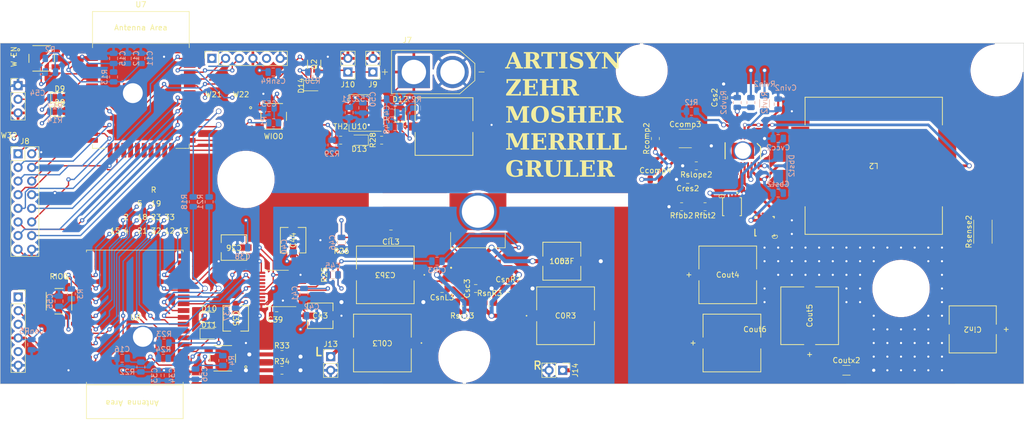
<source format=kicad_pcb>
(kicad_pcb (version 20221018) (generator pcbnew)
  (layers (0 "F.Cu" signal) (31 "B.Cu" signal) (34 "B.Paste" user) (35 "F.Paste" user) (36 "B.SilkS" user "B.Silkscreen") (37 "F.SilkS" user "F.Silkscreen") (38 "B.Mask" user) (39 "F.Mask" user) (44 "Edge.Cuts" user))
  (net 0 "")
  (net 2 "RXD0_ROVER")
  (net 3 "TXD0_ROVER")
  (net 4 "3.3V")
  (net 6 "GND")
  (net 8 "RXD0_WROOM")
  (net 9 "TXD0_WROOM")
  (net 11 "Net-(U13-Out_B)")
  (net 12 "Net-(J13-Pin_1)")
  (net 13 "Net-(U13-Out_A)")
  (net 14 "Net-(J14-Pin_1)")
  (net 15 "14V")
  (net 16 "AGND")
  (net 17 "EN_WROOM")
  (net 18 "EN_ROVER")
  (net 19 "Net-(U9-LDOO)")
  (net 20 "Net-(U9-CAPP)")
  (net 21 "Net-(U9-CAPM)")
  (net 22 "Net-(U9-VNEG)")
  (net 23 "Right_Audio")
  (net 24 "Left_Audio")
  (net 25 "5V")
  (net 26 "Net-(C53-Pad2)")
  (net 27 "Net-(C54-Pad2)")
  (net 28 "Net-(C55-Pad2)")
  (net 29 "Net-(C56-Pad2)")
  (net 30 "Net-(U13-Bias)")
  (net 31 "Net-(Dbst2-K)")
  (net 32 "Net-(M3-Back)")
  (net 33 "Net-(Ccomp3-Pad1)")
  (net 34 "Net-(U11-FB)")
  (net 35 "Net-(U11-COMP)")
  (net 36 "Net-(U13-In_B)")
  (net 37 "Net-(U13-In_A)")
  (net 38 "Net-(U11-RES)")
  (net 39 "Net-(CsnL3-Pad1)")
  (net 40 "Net-(CsnR7-Pad1)")
  (net 41 "Net-(U11-SS)")
  (net 42 "Net-(Dbst2-A)")
  (net 43 "Net-(U11-VIN)")
  (net 44 "Net-(D8-K)")
  (net 45 "Net-(D8-A)")
  (net 46 "Net-(D9-K)")
  (net 47 "Net-(D9-A)")
  (net 48 "Net-(D10-K)")
  (net 49 "Net-(D10-A)")
  (net 50 "Net-(D11-K)")
  (net 51 "Net-(D11-A)")
  (net 52 "Net-(D12-K)")
  (net 53 "Net-(D13-K)")
  (net 54 "Net-(D14-K)")
  (net 55 "Net-(D14-A)")
  (net 56 "R1_PIN")
  (net 57 "G1_PIN")
  (net 58 "B1_PIN")
  (net 59 "R2_PIN")
  (net 60 "G2_PIN")
  (net 61 "B2_PIN")
  (net 62 "A_PIN")
  (net 63 "B_PIN")
  (net 64 "C_PIN")
  (net 65 "D_PIN")
  (net 66 "CLK_PIN")
  (net 67 "STB")
  (net 68 "Net-(J10-Pin_1)")
  (net 69 "Net-(U11-CSN)")
  (net 70 "Light_Reading")
  (net 71 "Net-(M3-G)")
  (net 72 "Net-(M4-GATE)")
  (net 73 "WROOM_TO_FANS")
  (net 74 "IO0_WROOM")
  (net 75 "IO0_ROVER")
  (net 76 "WROOM_TALK_TX")
  (net 77 "ROVER_TALK_RX")
  (net 78 "WROOM_TALK_RX")
  (net 79 "ROVER_TALK_TX")
  (net 80 "Net-(U9-OUTL)")
  (net 81 "Net-(U9-OUTR)")
  (net 82 "Therm_Reading")
  (net 83 "Net-(U11-SLOPE)")
  (net 84 "Net-(U11-SYNCIN_RT)")
  (net 85 "Net-(U11-UVLO)")
  (net 86 "WIO32")
  (net 87 "OE_PIN")
  (net 88 "WIO21")
  (net 89 "WIO22")
  (net 90 "RIO36")
  (net 91 "RIO35")
  (net 92 "RIO32")
  (net 93 "RIO33")
  (net 94 "I2S_DATA")
  (net 95 "I2S-BCK")
  (net 96 "RIO12")
  (net 97 "RIO13")
  (net 98 "RIO15")
  (net 99 "RIO2")
  (net 100 "RIO4")
  (net 101 "RIO5")
  (net 102 "RIO18")
  (net 103 "RIO19")
  (net 104 "RIO21")
  (net 105 "I2S-WS")
  (net 106 "RIO23")
  (net 109 "unconnected-(U11-PAD-Pad21)")
  (net 110 "unconnected-(U13-TAB-Pad8)")
  (footprint "MountingHole:MountingHole_2.7mm" (layer "F.Cu") (at 88.9 73.66)
    (fp_text reference "H9" hide)
    (fp_text value "MountingHole" hide)
  )
  (footprint "Package_SO:TSSOP-20_4.4x6.5mm_P0.65mm" (layer "F.Cu") (at 94.62 93.98 180)
    (fp_text reference "U9" hide)
    (fp_text value "PCM5102A")
  )
  (footprint "Capacitor_SMD:C_0805_2012Metric" (layer "F.Cu") (at 137.6934 93.98)
    (fp_text reference "CsnR7")
    (fp_text value ".1uF" hide)
  )
  (footprint "Artisyn_Components:Audio_1000uF" (layer "F.Cu") (at 114.8334 91.44 180)
    (fp_text reference "C3b3")
    (fp_text value "1000uF")
  )
  (footprint "Artisyn_Components:IND_R3-R_EAT" (layer "F.Cu") (at 205.74 71.12 180)
    (fp_text reference "L2")
    (fp_text value " 3.3 µH")
  )
  (footprint "Capacitor_SMD:C_1206_3216Metric" (layer "F.Cu") (at 200.66 109.22)
    (fp_text reference "Coutx2")
    (fp_text value "47.0 uF" hide)
  )
  (footprint "LED_SMD:LED_0805_2012Metric" (layer "F.Cu") (at 82.05 99.365)
    (fp_text reference "D10")
    (fp_text value "LED" hide)
  )
  (footprint "Capacitor_SMD:C_0805_2012Metric" (layer "F.Cu") (at 125.4009 93.98 180)
    (fp_text reference "CsnL3")
    (fp_text value ".1uF" hide)
  )
  (footprint "Resistor_SMD:R_0805_2012Metric" (layer "F.Cu") (at 134.2409 96.52)
    (fp_text reference "RsnR3")
    (fp_text value "2.7" hide)
  )
  (footprint "Artisyn_Components:EX_DAC_ELEC_CAPS_10uF" (layer "F.Cu") (at 102.7226 99.06)
    (fp_text reference "C43")
    (fp_text value "10uF")
  )
  (footprint "Resistor_SMD:R_2512_6332Metric" (layer "F.Cu") (at 226.06 83.3975 90)
    (fp_text reference "Rsense2")
    (fp_text value "1.5m")
  )
  (footprint "Resistor_SMD:R_0805_2012Metric" (layer "F.Cu") (at 106.5375 66.345 180)
    (fp_text reference "TH2")
    (fp_text value "Thermistor" hide)
  )
  (footprint "MountingHole:MountingHole_2.7mm" (layer "F.Cu") (at 228.6 53.34)
    (fp_text reference "H8" hide)
    (fp_text value "MountingHole" hide)
  )
  (footprint "Capacitor_SMD:C_1812_4532Metric" (layer "F.Cu") (at 170.67 66.04)
    (fp_text reference "Ccomp3")
    (fp_text value "18.0 nF" hide)
  )
  (footprint "Package_TO_SOT_SMD:SOT-223-3_TabPin2" (layer "F.Cu") (at 109.99 61.265 180)
    (fp_text reference "U10")
    (fp_text value "AMS1117-3.3" hide)
  )
  (footprint "Capacitor_SMD:C_0805_2012Metric" (layer "F.Cu") (at 115.89 83.82)
    (fp_text reference "CiL3")
    (fp_text value ".1uF" hide)
  )
  (footprint "Connector_PinHeader_2.54mm:PinHeader_1x02_P2.54mm_Vertical" (layer "F.Cu") (at 147.8534 109.22 -90)
    (fp_text reference "J14")
    (fp_text value "To_Speaker_R" hide)
  )
  (footprint "MountingHole:MountingHole_2.7mm" (layer "F.Cu") (at 162.56 53.34)
    (fp_text reference "H7" hide)
    (fp_text value "MountingHole" hide)
  )
  (footprint "Connector_PinHeader_2.54mm:PinHeader_1x03_P2.54mm_Vertical" (layer "F.Cu") (at 46.49 56.185)
    (fp_text reference "LightSensorConnector2" hide)
    (fp_text value "Conn_01x03_Pin" hide)
  )
  (footprint "Connector_PinHeader_2.54mm:PinHeader_2x08_P2.54mm_Vertical" (layer "F.Cu") (at 46.49 68.885)
    (fp_text reference "J8")
    (fp_text value "HUB75")
  )
  (footprint "Artisyn_Components:LM4752" (layer "F.Cu") (at 132.08 83.82)
    (fp_text reference "U13" hide)
    (fp_text value "LM4752TS")
  )
  (footprint "MountingHole:MountingHole_2.7mm" (layer "F.Cu") (at 210.82 93.98)
    (fp_text reference "H6" hide)
    (fp_text value "MountingHole" hide)
  )
  (footprint "MountingHole:MountingHole_2.7mm" (layer "F.Cu") (at 129.54 106.68)
    (fp_text reference "H10" hide)
    (fp_text value "MountingHole" hide)
  )
  (footprint "Artisyn_Components:CSD17581Q3A" (layer "F.Cu") (at 179.3621 78.74 -90)
    (fp_text reference "M4" hide)
    (fp_text value "CSD17581Q3A" hide)
  )
  (footprint "PCM_Espressif:ESP32-WROOM-32E" (layer "F.Cu") (at 69.35 56.875)
    (fp_text reference "U7")
    (fp_text value "ESP32-WROOM-E")
  )
  (footprint "Resistor_SMD:R_0805_2012Metric" (layer "F.Cu") (at 106.68 85.3725 90)
    (fp_text reference "R26")
    (fp_text value "470" hide)
  )
  (footprint "Artisyn_Components:Boot_Switches" (layer "F.Cu") (at 84.59 106.985 180)
    (fp_text reference "SW8" hide)
    (fp_text value "SW_Push")
  )
  (footprint "Artisyn_Components:EX_DAC_ELEC_CAPS_10uF" (layer "F.Cu") (at 86.6775 86.36 180)
    (fp_text reference "C36")
    (fp_text value "10uF")
  )
  (footprint "LED_SMD:LED_0805_2012Metric" (layer "F.Cu") (at 109.99 66.345 180)
    (fp_text reference "D13")
    (fp_text value "RED LED" hide)
  )
  (footprint "LED_SMD:LED_0805_2012Metric" (layer "F.Cu") (at 117.61 61.265 90)
    (fp_text reference "D12")
    (fp_text value "RED LED" hide)
  )
  (footprint "LED_SMD:LED_0805_2012Metric" (layer "F.Cu") (at 82.05 102.405)
    (fp_text reference "D11")
    (fp_text value "LED" hide)
  )
  (footprint "Connector_PinHeader_2.54mm:PinHeader_1x02_P2.54mm_Vertical" (layer "F.Cu") (at 104.6734 106.68)
    (fp_text reference "J13")
    (fp_text value "To_Speaker_L" hide)
  )
  (footprint "Artisyn_Components:LM512220A_L" (layer "F.Cu") (at 181.379998 68.320001 -90)
    (fp_text reference "U11" hide)
    (fp_text value "LM5122MH/NOPB" hide)
  )
  (footprint "Connector_PinHeader_2.54mm:PinHeader_1x02_P2.54mm_Vertical" (layer "F.Cu") (at 107.88 53.645 180)
    (fp_text reference "J10")
    (fp_text value "fan connector" hide)
  )
  (footprint "Artisyn_Components:Audio_100uF" (layer "F.Cu") (at 147.6883 88.9)
    (fp_text reference "Cb3")
    (fp_text value "100uF")
  )
  (footprint "Artisyn_Components:AMASS_XT60-M" (layer "F.Cu") (at 123.75 53.645)
    (fp_text reference "J7")
    (fp_text value "XT60-M")
  )
  (footprint "Capacitor_SMD:C_0805_2012Metric" (layer "F.Cu") (at 94.62 99.06 180)
    (fp_text reference "C39")
    (fp_text value "2.2uF" hide)
  )
  (footprint "Capacitor_SMD:C_0805_2012Metric" (layer "F.Cu") (at 131.6634 93.98)
    (fp_text reference "Csc3")
    (fp_text value ".1uF" hide)
  )
  (footprint "Artisyn_Components:EX_DAC_ELEC_CAPS_10uF" (layer "F.Cu") (at 87 99.5426 -90)
    (fp_text reference "C35")
    (fp_text value "10uF")
  )
  (footprint "Resistor_SMD:R_0805_2012Metric" (layer "F.Cu") (at 114.1575 66.345)
    (fp_text reference "R28")
    (fp_text value "1k" hide)
  )
  (footprint "Artisyn_Components:Audio_1000uF" (layer "F.Cu") (at 114.3 104.14 180)
    (fp_text reference "C0L3")
    (fp_text value "1000uF")
  )
  (footprint "Capacitor_SMD:C_0805_2012Metric" (layer "F.Cu") (at 165.1 73.66)
    (fp_text reference "Ccomp4")
    (fp_text value " 1.0 nF" hide)
  )
  (footprint "LED_SMD:LED_0805_2012Metric" (layer "F.Cu") (at 54.2525 60.96)
    (fp_text reference "D8")
    (fp_text value "LED" hide)
  )
  (footprint "Capacitor_SMD:C_0805_2012Metric" (layer "F.Cu") (at 171.13 73.66 180)
    (fp_text reference "Cres2")
    (fp_text value " 470.0 nF" hide)
  )
  (footprint "Capacitor_SMD:C_0805_2012Metric" (layer "F.Cu") (at 177.8 58.42 90)
    (fp_text reference "Css2")
    (fp_text value " 33.0 nF" hide)
  )
  (footprint "Artisyn_Components:Boot_Switches" (layer "F.Cu") (at 94.065001 61.900001)
    (fp_text reference "WIO0")
    (fp_text value "SW_Push" hide)
  )
  (footprint "LED_SMD:LED_0805_2012Metric" (layer "F.Cu") (at 101.312486 56.185)
    (fp_text reference "D14")
    (fp_text value "RED LED" hide)
  )
  (footprint "Artisyn_Components:EX_DAC_ELEC_CAPS_10uF" (layer "F.Cu") (at 97.68105 84.98105 90)
    (fp_text reference "C44")
    (fp_text value "10uF" hide)
  )
  (footprint "Artisyn_Components:Boot_Switches" (layer "F.Cu") (at 54.11 96.351252 -90)
    (fp_text reference "RIO0")
    (fp_text value "SW_Push" hide)
  )
  (footprint "Artisyn_Components:Boot_Switches" (layer "F.Cu") (at 50.885001 51.105)
    (fp_text reference "W EN")
    (fp_text value "SW_Push" hide)
  )
  (footprint "Connector_PinHeader_2.54mm:PinHeader_1x02_P2.54mm_Vertical" (layer "F.Cu") (at 112.53 53.645 180)
    (fp_text reference "J9")
    (fp_text value "fan connector" hide)
  )
  (footprint "Resistor_SMD:R_0805_2012Metric" (layer "F.Cu") (at 95.6075 109.22)
    (fp_text reference "R34")
    (fp_text value "0" hide)
  )
  (footprint "LED_SMD:LED_0805_2012Metric" (layer "F.Cu") (at 54.2525 58.42)
    (fp_text reference "D9")
    (fp_text value "LED" hide)
  )
  (footprint "Resistor_SMD:R_0805_2012Metric" (layer "F.Cu") (at 95.6075 106.27)
    (fp_text reference "R33")
    (fp_text value "0" hide)
  )
  (footprint "PCM_Espressif:ESP32-WROVER-E" (layer "F.Cu") (at 68.22 102.54 180)
    (fp_text reference "U8")
    (fp_text value "ESP32-WROVER-E")
  )
  (footprint "Artisyn_Components:CSD17309Q3" (layer "F.Cu") (at 185.417099 82.381999 90)
    (fp_text reference "M3" hide)
    (fp_text value "CSD17581Q3" hide)
  )
  (footprint "Artisyn_Components:PCAP_SVP_F12_PAN" (layer "F.Cu") (at 179.3494 104.14)
    (fp_text reference "Cout6")
    (fp_text value "560.0 uF")
  )
  (footprint "Resistor_SMD:R_0805_2012Metric" (layer "F.Cu") (at 129.1609 96.52)
    (fp_text reference "RsnL3")
    (fp_text value "2.7" hide)
  )
  (footprint "Artisyn_Components:PCAP_SVP_F12_PAN" (layer "F.Cu") (at 193.8147 99.06 90)
    (fp_text reference "Cout5")
    (fp_text value "560.0 uF")
  )
  (footprint "Artisyn_Components:Fan_MOSFET" (layer "F.Cu") (at 101.6 52.21625 90)
    (fp_text reference "Q2")
    (fp_text value "Fan_NMOS" hide)
  )
  (footprint "Artisyn_Components:Audio_1000uF" (layer "F.Cu") (at 125.7634 63.805)
    (fp_text reference "C47" hide)
    (fp_text value "1000uF" hide)
  )
  (footprint "Artisyn_Components:PCAP_SVP_E7_PAN" (layer "F.Cu") (at 224.1677 101.6 180)
    (fp_text reference "Cin2")
    (fp_text value "270uF")
  )
  (footprint "Resistor_SMD:R_0805_2012Metric" (layer "F.Cu") (at 172.72 71.12 180)
    (fp_text reference "Rslope2")
    (fp_text value " 150.0k" hide)
  )
  (footprint "Connector_PinSocket_2.54mm:PinSocket_1x06_P2.54mm_Vertical" (layer "F.Cu") (at 46.515 95.58)
    (fp_text reference "Boot2ROVER2" hide)
    (fp_text value "~" hide)
  )
  (footprint "Resistor_SMD:R_0805_2012Metric" (layer "F.Cu") (at 165.1 66.04 90)
    (fp_text reference "Rcomp2")
    (fp_text value " 23.7k" hide)
  )
  (footprint "Resistor_SMD:R_0805_2012Metric" (layer "F.Cu") (at 105.1275 91.44)
    (fp_text reference "R25")
    (fp_text value "470" hide)
  )
  (footprint "Artisyn_Components:Audio_1000uF" (layer "F.Cu") (at 148.3868 99.06)
    (fp_text reference "C0R3")
    (fp_text value "1000uF")
  )
  (footprint "Artisyn_Components:PCAP_SVP_F12_PAN" (layer "F.Cu") (at 178.5747 91.44)
    (fp_text reference "Cout4")
    (fp_text value "560.0 uF")
  )
  (footprint "Resistor_SMD:R_0805_2012Metric" (layer "F.Cu") (at 169.9825 78.74 180)
    (fp_text reference "Rfbb2")
    (fp_text value "3.65k" hide)
  )
  (footprint "Connector_PinSocket_2.54mm:PinSocket_1x06_P2.54mm_Vertical" (layer "F.Cu") (at 82.575 51.105 90)
    (fp_text reference "Boot2WROOM2" hide)
    (fp_text value "~" hide)
  )
  (footprint "Resistor_SMD:R_0805_2012Metric" (layer "F.Cu") (at 174.3475 78.74 180)
    (fp_text reference "Rfbt2")
    (fp_text value " 39.0k" hide)
  )
  (footprint "Capacitor_SMD:C_0805_2012Metric" (layer "B.Cu") (at 79.51 109.944104 90)
    (fp_text reference "C56")
    (fp_text value ".1uF" hide)
  )
  (footprint "Capacitor_SMD:C_0805_2012Metric" (layer "B.Cu") (at 72.36 110.17 -90)
    (fp_text reference "C33")
    (fp_text value "22uF" hide)
  )
  (footprint "Capacitor_SMD:C_0805_2012Metric" (layer "B.Cu") (at 124.46 88.9)
    (fp_text reference "CiR3")
    (fp_text value ".1uF" hide)
  )
  (footprint "Resistor_SMD:R_0805_2012Metric" (layer "B.Cu") (at 73.5175 106.985 180)
    (fp_text reference "R24")
    (fp_text value "1k" hide)
  )
  (footprint "Capacitor_SMD:C_0805_2012Metric" (layer "B.Cu") (at 69.35 51.105 90)
    (fp_text reference "C11")
    (fp_text value ".1uF" hide)
  )
  (footprint "Resistor_SMD:R_0805_2012Metric" (layer "B.Cu") (at 182.88 59.3325 -90)
    (fp_text reference "Ruvt2")
    (fp_text value "49.9k" hide)
  )
  (footprint "Capacitor_SMD:C_0805_2012Metric" (layer "B.Cu") (at 116.02 61.265)
    (fp_text reference "C49")
    (fp_text value ".1uF" hide)
  )
  (footprint "Resistor_SMD:R_0805_2012Metric" (layer "B.Cu") (at 73.66 104.14 180)
    (fp_text reference "R23")
    (fp_text value "1k" hide)
  )
  (footprint "Resistor_SMD:R_0805_2012Metric" (layer "B.Cu") (at 69.35 108.6125 90)
    (fp_text reference "R22")
    (fp_text value "10k" hide)
  )
  (footprint "Resistor_SMD:R_0805_2012Metric" (layer "B.Cu") (at 171.8075 60.96 180)
    (fp_text reference "Rt2")
    (fp_text value " 41.2k" hide)
  )
  (footprint "Capacitor_SMD:C_0805_2012Metric" (layer "B.Cu") (at 65.86 106.985 180)
    (fp_text reference "C16")
    (fp_text value ".1uF" hide)
  )
  (footprint "Resistor_SMD:R_0805_2012Metric" (layer "B.Cu") (at 84.59 107.404104 90)
    (fp_text reference "R4")
    (fp_text value "100" hide)
  )
  (footprint "Capacitor_SMD:C_0805_2012Metric" (layer "B.Cu") (at 64.27 51.105 90)
    (fp_text reference "C15")
    (fp_text value ".1uF" hide)
  )
  (footprint "Resistor_SMD:R_0805_2012Metric" (layer "B.Cu") (at 64.27 54.5575 -90)
    (fp_text reference "R13")
    (fp_text value "10k" hide)
  )
  (footprint "Capacitor_SMD:C_0805_2012Metric" (layer "B.Cu") (at 116.66 63.805)
    (fp_text reference "C48")
    (fp_text value ".1uF" hide)
  )
  (footprint "Capacitor_SMD:C_0805_2012Metric" (layer "B.Cu") (at 97.68105 86.21195 -90)
    (fp_text reference "C40")
    (fp_text value "0.1uF" hide)
  )
  (footprint "Capacitor_SMD:C_0805_2012Metric" (layer "B.Cu") (at 101.1326 99.06 180)
    (fp_text reference "C42")
    (fp_text value "0.1uF" hide)
  )
  (footprint "Capacitor_SMD:C_0805_2012Metric" (layer "B.Cu") (at 99.7 94.93 -90)
    (fp_text reference "C41")
    (fp_text value "2.2uF" hide)
  )
  (footprint "Capacitor_SMD:C_0805_2012Metric" (layer "B.Cu") (at 187.96 59.625 90)
    (fp_text reference "Cvin2")
    (fp_text value " 470.0 nF" hide)
  )
  (footprint "Diode_SMD:D_SMA" (layer "B.Cu") (at 187.96 71.12 90)
    (fp_text reference "Dbst2")
    (fp_text value "D_Schottky" hide)
  )
  (footprint "Resistor_SMD:R_0805_2012Metric" (layer "B.Cu") (at 53.34 60.96)
    (fp_text reference "R14")
    (fp_text value "1k" hide)
  )
  (footprint "Resistor_SMD:R_0805_2012Metric" (layer "B.Cu") (at 120.15 61.265 -90)
    (fp_text reference "R27")
    (fp_text value "2k" hide)
  )
  (footprint "Capacitor_SMD:C_0805_2012Metric" (layer "B.Cu") (at 108.11 61.19 -90)
    (fp_text reference "C51")
    (fp_text value ".1uF" hide)
  )
  (footprint "Capacitor_SMD:C_0805_2012Metric" (layer "B.Cu") (at 52.52 53.645)
    (fp_text reference "C54")
    (fp_text value ".1uF" hide)
  )
  (footprint "Capacitor_SMD:C_0805_2012Metric" (layer "B.Cu") (at 187.96 76.2 180)
    (fp_text reference "Cbst2")
    (fp_text value "470.0 nF" hide)
  )
  (footprint "Capacitor_SMD:C_0805_2012Metric" (layer "B.Cu") (at 105.09 91.44 180)
    (fp_text reference "C45")
    (fp_text value "2.2nF" hide)
  )
  (footprint "Resistor_SMD:R_1206_3216Metric" (layer "B.Cu") (at 185.42 59.4975 -90)
    (fp_text reference "Rvin2")
    (fp_text value "3.01" hide)
  )
  (footprint "Resistor_SMD:R_0805_2012Metric" (layer "B.Cu") (at 180.34 59.3325 90)
    (fp_text reference "Ruvb2")
    (fp_text value "19.1k" hide)
  )
  (footprint "Resistor_SMD:R_0805_2012Metric" (layer "B.Cu") (at 101.337486 53.645)
    (fp_text reference "R30")
    (fp_text value "1k" hide)
  )
  (footprint "Capacitor_SMD:C_0805_2012Metric" (layer "B.Cu") (at 66.81 51.105 90)
    (fp_text reference "C12")
    (fp_text value "22uF" hide)
  )
  (footprint "Capacitor_SMD:C_0805_2012Metric" (layer "B.Cu") (at 187.96 66.04)
    (fp_text reference "Cvcc2")
    (fp_text value "10.0 uF" hide)
  )
  (footprint "Capacitor_SMD:C_0805_2012Metric" (layer "B.Cu") (at 110.65 60.315 -90)
    (fp_text reference "C52")
    (fp_text value "10uF" hide)
  )
  (footprint "Resistor_SMD:R_0805_2012Metric" (layer "B.Cu") (at 52.4825 51.105 180)
    (fp_text reference "R2")
    (fp_text value "100" hide)
  )
  (footprint "Capacitor_SMD:C_0805_2012Metric" (layer "B.Cu") (at 88.2675 86.36)
    (fp_text reference "C38")
    (fp_text value "0.1uF" hide)
  )
  (footprint "Capacitor_SMD:C_0805_2012Metric" (layer "B.Cu") (at 106.68 85.41 -90)
    (fp_text reference "C46")
    (fp_text value "2.2nF" hide)
  )
  (footprint "Capacitor_SMD:C_0805_2012Metric" (layer "B.Cu") (at 54.11 96.351252 -90)
    (fp_text reference "C55")
    (fp_text value ".1uF" hide)
  )
  (footprint "Capacitor_SMD:C_0805_2012Metric" (layer "B.Cu") (at 74.43 110.17 -90)
    (fp_text reference "C34")
    (fp_text value ".1uF" hide)
  )
  (footprint "Capacitor_SMD:C_0805_2012Metric" (layer "B.Cu") (at 49.03 104.445 -90)
    (fp_text reference "CsnR5")
    (fp_text value ".1uF" hide)
  )
  (footprint "Capacitor_SMD:C_0805_2012Metric" (layer "B.Cu") (at 116.02 58.725)
    (fp_text reference "C50")
    (fp_text value " 10uF" hide)
  )
  (footprint "Capacitor_SMD:C_0805_2012Metric" (layer "B.Cu") (at 93.98 53.645)
    (fp_text reference "CsnR4")
    (fp_text value ".1uF" hide)
  )
  (footprint "Resistor_SMD:R_0805_2012Metric" (layer "B.Cu") (at 94.047504 63.09 180)
    (fp_text reference "R1")
    (fp_text value "100" hide)
  )
  (footprint "Resistor_SMD:R_0805_2012Metric" (layer "B.Cu") (at 82.05 77.8275 -90)
    (fp_text reference "R21")
    (fp_text value "0")
  )
  (footprint "Capacitor_SMD:C_0805_2012Metric" (layer "B.Cu") (at 87 98.5926 -90)
    (fp_text reference "C37")
    (fp_text value "0.1uF" hide)
  )
  (footprint "Resistor_SMD:R_0805_2012Metric" (layer "B.Cu") (at 104.91 67.2575 -90)
    (fp_text reference "R29")
    (fp_text value "10k" hide)
  )
  (footprint "Resistor_SMD:R_0805_2012Metric" (layer "B.Cu") (at 56.412303 94.984352 90)
    (fp_text reference "R3")
    (fp_text value "100" hide)
  )
  (footprint "Capacitor_SMD:C_0805_2012Metric" (layer "B.Cu") (at 93.200002 60.300002)
    (fp_text reference "C53")
    (fp_text value ".1uF" hide)
  )
  (footprint "Resistor_SMD:R_0805_2012Metric" (layer "B.Cu") (at 53.34 58.42)
    (fp_text reference "R17")
    (fp_text value "1k" hide)
  )
  (footprint "Resistor_SMD:R_0805_2012Metric" (layer "B.Cu") (at 79.1 77.8275 -90)
    (fp_text reference "R18")
    (fp_text value "0")
  )
  (gr_rect (start 43.18 48.26) (end 233.68 111.76) (stroke (width 0.1)) (fill none) (layer "Edge.Cuts"))
  (gr_text "W32" (at 43.18 66.04) (layer "F.SilkS") (effects (font (size 1 1)) (justify left bottom)))
  (gr_text "21" (at 68.58 83.82) (layer "F.SilkS") (effects (font (size 1 1)) (justify left bottom)))
  (gr_text "12" (at 73.66 83.82) (layer "F.SilkS") (effects (font (size 1 1)) (justify left bottom)))
  (gr_text "18" (at 68.58 81.28) (layer "F.SilkS") (effects (font (size 1 1)) (justify left bottom)))
  (gr_text "W22" (at 86.36 58.42) (layer "F.SilkS") (effects (font (size 1 1)) (justify left bottom)))
  (gr_text "13" (at 76.2 83.82) (layer "F.SilkS") (effects (font (size 1 1)) (justify left bottom)))
  (gr_text "L" (at 101.6 106.68) (layer "F.SilkS") (effects (font (size 1.5 1.5) (thickness 0.3) bold) (justify left bottom)))
  (gr_text "23" (at 71.12 81.28) (layer "F.SilkS") (effects (font (size 1 1)) (justify left bottom)))
  (gr_text "ARTISYN\nZEHR\nMOSHER\nMERRILL\nGRULER" (at 137.16 73.66) (layer "F.SilkS") (effects (font (size 3 3) (thickness 0.2) bold) (justify left bottom)))
  (gr_text "33" (at 73.66 81.28) (layer "F.SilkS") (effects (font (size 1 1)) (justify left bottom)))
  (gr_text "19" (at 71.12 78.74) (layer "F.SilkS") (effects (font (size 1 1)) (justify left bottom)))
  (gr_text "W21" (at 81.28 58.42) (layer "F.SilkS") (effects (font (size 1 1)) (justify left bottom)))
  (gr_text "4" (at 66.04 83.82) (layer "F.SilkS") (effects (font (size 1 1)) (justify left bottom)))
  (gr_text "5" (at 68.58 78.74) (layer "F.SilkS") (effects (font (size 1 1)) (justify left bottom)))
  (gr_text "15" (at 63.5 83.82) (layer "F.SilkS") (effects (font (size 1 1)) (justify left bottom)))
  (gr_text "R" (at 142.24 109.22) (layer "F.SilkS") (effects (font (size 1.5 1.5) (thickness 0.25) bold) (justify left bottom)))
  (gr_text "2" (at 66.04 81.28) (layer "F.SilkS") (effects (font (size 1 1)) (justify left bottom)))
  (gr_text "32" (at 71.12 83.82) (layer "F.SilkS") (effects (font (size 1 1)) (justify left bottom)))
  (gr_text "R" (at 71.12 76.2) (layer "F.SilkS") (effects (font (size 1 1)) (justify left bottom)))
  (segment (start 46.515 98.12) (end 54.11 105.715) (width 0.25) (layer "F.Cu") (net 2))
  (segment (start 54.11 105.715) (end 59.14 105.715) (width 0.25) (layer "F.Cu") (net 2))
  (segment (start 46.515 100.66) (end 52.84 106.985) (width 0.25) (layer "F.Cu") (net 3))
  (segment (start 52.84 106.985) (end 59.14 106.985) (width 0.25) (layer "F.Cu") (net 3))
  (segment (start 91.44 52.35) (end 91.44 53.34) (width 0.25) (layer "F.Cu") (net 4))
  (segment (start 73.965 109.525) (end 73.66 109.22) (width 0.25) (layer "F.Cu") (net 4))
  (segment (start 90.195 51.105) (end 91.44 52.35) (width 0.25) (layer "F.Cu") (net 4))
  (segment (start 98.5102 96.905) (end 100.6652 99.06) (width 0.25) (layer "F.Cu") (net 4))
  (segment (start 77.3 109.525) (end 73.965 109.525) (width 0.25) (layer "F.Cu") (net 4))
  (segment (start 88.9996 86.0953) (end 88.9996 81.3796) (width 0.25) (layer "F.Cu") (net 4))
  (segment (start 58.42 50.8) (end 59.935 50.8) (width 0.25) (layer "F.Cu") (net 4))
  (segment (start 96.52 88.1995) (end 97.68105 87.03845) (width 0.25) (layer "F.Cu") (net 4))
  (segment (start 99.785 89.1424) (end 97.68105 87.03845) (width 0.25) (layer "F.Cu") (net 4))
  (segment (start 93.98 93.98) (end 93.98 95.373812) (width 0.25) (layer "F.Cu") (net 4))
  (segment (start 106.84 60.8) (end 109.22 58.42) (width 0.25) (layer "F.Cu") (net 4))
  (segment (start 106.84 61.265) (end 106.84 60.8) (width 0.25) (layer "F.Cu") (net 4))
  (segment (start 99.170305 92.355) (end 99.785 91.740305) (width 0.25) (layer "F.Cu") (net 4))
  (segment (start 91.7575 94.955) (end 93.005 94.955) (width 0.25) (layer "F.Cu") (net 4))
  (segment (start 93.005 94.955) (end 93.98 93.98) (width 0.25) (layer "F.Cu") (net 4))
  (segment (start 99.785 91.740305) (end 99.785 89.1424) (width 0.25) (layer "F.Cu") (net 4))
  (segment (start 92.448812 96.905) (end 91.7575 96.905) (width 0.25) (layer "F.Cu") (net 4))
  (segment (start 97.68105 87.03845) (end 97.68105 87.52105) (width 0.25) (layer "F.Cu") (net 4))
  (segment (start 93.98 95.373812) (end 92.448812 96.905) (width 0.25) (layer "F.Cu") (net 4))
  (segment (start 88.7349 86.36) (end 88.9996 86.0953) (width 0.25) (layer "F.Cu") (net 4))
  (segment (start 93.98 93.98) (end 95.605 92.355) (width 0.25) (layer "F.Cu") (net 4))
  (segment (start 96.52 88.9) (end 96.52 88.1995) (width 0.25) (layer "F.Cu") (net 4))
  (segment (start 97.4825 96.905) (end 98.5102 96.905) (width 0.25) (layer "F.Cu") (net 4))
  (segment (start 88.9996 81.3796) (end 88.9 81.28) (width 0.25) (layer "F.Cu") (net 4))
  (segment (start 59.935 50.8) (end 60.27 51.135) (width 0.25) (layer "F.Cu") (net 4))
  (segment (start 97.4825 92.355) (end 99.170305 92.355) (width 0.25) (layer "F.Cu") (net 4))
  (segment (start 95.605 92.355) (end 97.4825 92.355) (width 0.25) (layer "F.Cu") (net 4))
  (segment (start 113.14 61.265) (end 106.84 61.265) (width 0.25) (layer "F.Cu") (net 4))
  (via (at 96.52 88.9) (size 0.8) (drill 0.4) (layers "F.Cu" "B.Cu") (net 4))
  (via (at 91.44 53.34) (size 0.8) (drill 0.4) (layers "F.Cu" "B.Cu") (net 4))
  (via (at 99.06 101.6) (size 0.8) (drill 0.4) (layers "F.Cu" "B.Cu") (net 4))
  (via (at 50.910153 101.489847) (size 0.8) (drill 0.4) (layers "F.Cu" "B.Cu") (net 4))
  (via (at 73.66 109.22) (size 0.8) (drill 0.4) (layers "F.Cu" "B.Cu") (net 4))
  (via (at 88.9 81.28) (size 0.8) (drill 0.4) (layers "F.Cu" "B.Cu") (net 4))
  (via (at 93.98 93.98) (size 0.8) (drill 0.4) (layers "F.Cu" "B.Cu") (net 4))
  (via (at 58.42 50.8) (size 0.8) (drill 0.4) (layers "F.Cu" "B.Cu") (net 4))
  (via (at 109.22 58.42) (size 0.8) (drill 0.4) (layers "F.Cu" "B.Cu") (net 4))
  (via (at 66.04 109.22) (size 0.8) (drill 0.4) (layers "F.Cu" "B.Cu") (net 4))
  (segment (start 50.910153 101.614847) (end 49.03 103.495) (width 0.25) (layer "B.Cu") (net 4))
  (segment (start 66.345 109.525) (end 66.04 109.22) (width 0.25) (layer "B.Cu") (net 4))
  (segment (start 49.03 103.495) (end 46.81 103.495) (width 0.25) (layer "B.Cu") (net 4))
  (segment (start 58.42 50.8) (end 59.675 52.055) (width 0.25) (layer "B.Cu") (net 4))
  (segment (start 69.35 109.525) (end 66.345 109.525) (width 0.25) (layer "B.Cu") (net 4))
  (segment (start 64.27 52.055) (end 66.81 52.055) (width 0.25) (layer "B.Cu") (net 4))
  (segment (start 72.36 109.525) (end 73.355 109.525) (width 0.25) (layer "B.Cu") (net 4))
  (segment (start 96.52 88.9) (end 96.52 88.323) (width 0.25) (layer "B.Cu") (net 4))
  (segment (start 64.27 52.055) (end 64.27 53.645) (width 0.25) (layer "B.Cu") (net 4))
  (segment (start 99.06 101.6) (end 100.1826 100.4774) (width 0.25) (layer "B.Cu") (net 4))
  (segment (start 88.9 81.28) (end 89.2175 81.5975) (width 0.25) (layer "B.Cu") (net 4))
  (segment (start 89.2175 81.5975) (end 89.2175 86.36) (width 0.25) (layer "B.Cu") (net 4))
  (segment (start 96.52 88.323) (end 97.68105 87.16195) (width 0.25) (layer "B.Cu") (net 4))
  (segment (start 59.675 52.055) (end 64.27 52.055) (width 0.25) (layer "B.Cu") (net 4))
  (segment (start 46.81 103.495) (end 46.515 103.2) (width 0.25) (layer "B.Cu") (net 4))
  (segment (start 73.355 109.525) (end 73.66 109.22) (width 0.25) (layer "B.Cu") (net 4))
  (segment (start 50.910153 101.489847) (end 50.910153 101.614847) (width 0.25) (layer "B.Cu") (net 4))
  (segment (start 73.66 109.22) (end 73.965 109.525) (width 0.25) (layer "B.Cu") (net 4))
  (segment (start 109.22 58.42) (end 109.705 58.42) (width 0.25) (layer "B.Cu") (net 4))
  (segment (start 69.35 109.525) (end 72.36 109.525) (width 0.25) (layer "B.Cu") (net 4))
  (segment (start 100.1826 100.4774) (end 100.1826 99.06) (width 0.25) (layer "B.Cu") (net 4))
  (segment (start 109.705 58.42) (end 110.65 59.365) (width 0.25) (layer "B.Cu") (net 4))
  (segment (start 109.22 58.42) (end 109.22 59.13) (width 0.25) (layer "B.Cu") (net 4))
  (segment (start 109.22 59.13) (end 108.11 60.24) (width 0.25) (layer "B.Cu") (net 4))
  (segment (start 92.725 53.34) (end 93.03 53.645) (width 0.25) (layer "B.Cu") (net 4))
  (segment (start 91.44 53.34) (end 92.725 53.34) (width 0.25) (layer "B.Cu") (net 4))
  (segment (start 73.965 109.525) (end 74.43 109.525) (width 0.25) (layer "B.Cu") (net 4))
  (segment (start 178.292815 73.66) (end 179.754997 72.197818) (width 0.4) (layer "F.Cu") (net 6))
  (segment (start 94.695 109.22) (end 88.9 109.22) (width 0.75) (layer "F.Cu") (net 6))
  (segment (start 91.44 60.300002) (end 91.44 58.412504) (width 0.25) (layer "F.Cu") (net 6))
  (segment (start 130.31 63.805) (end 134.315 63.805) (width 0.25) (layer "F.Cu") (net 6))
  (segment (start 187.96 100.45393) (end 187.96 95.4659) (width 0.75) (layer "F.Cu") (net 6))
  (segment (start 181.556135 76.256658) (end 181.556135 75.266084) (width 0.5) (layer "F.Cu") (net 6))
  (segment (start 60.06 50.075) (end 56.605 50.075) (width 0.25) (layer "F.Cu") (net 6))
  (segment (start 174.533834 73.66) (end 171.993834 71.12) (width 0.4) (layer "F.Cu") (net 6))
  (segment (start 83.82 87.1601) (end 83.82 88.92) (width 0.25) (layer "F.Cu") (net 6))
  (segment (start 218.44 102.8319) (end 218.44 104.14) (width 0.75) (layer "F.Cu") (net 6))
  (segment (start 93.98 88.9) (end 91.44 86.36) (width 0.25) (layer "F.Cu") (net 6))
  (segment (start 177.976776 67.407107) (end 179.104999 66.278884) (width 0.5) (layer "F.Cu") (net 6))
  (segment (start 91.44 58.412504) (end 92.147504 57.705) (width 0.25) (layer "F.Cu") (net 6))
  (segment (start 57.455 110.795) (end 55.88 109.22) (width 0.25) (layer "F.Cu") (net 6))
  (segment (start 96.360001 91.44) (end 96.745001 91.055) (width 0.25) (layer "F.Cu") (net 6))
  (segment (start 219.6719 101.6) (end 220.7133 101.6) (width 0.25) (layer "F.Cu") (net 6))
  (segment (start 63.63 70.99) (end 63.5 71.12) (width 0.25) (layer "F.Cu") (net 6))
  (segment (start 56.605 50.075) (end 55.88 50.8) (width 0.25) (layer "F.Cu") (net 6))
  (segment (start 96.745001 91.055) (end 97.4825 91.055) (width 0.25) (layer "F.Cu") (net 6))
  (segment (start 193.8147 93.7006) (end 191.5541 91.44) (width 0.75) (layer "F.Cu") (net 6))
  (segment (start 184.046115 66.670002) (end 184.789998 66.670002) (width 0.4) (layer "F.Cu") (net 6))
  (segment (start 113.075 63.5) (end 113.14 63.565) (width 0.25) (layer "F.Cu") (net 6))
  (segment (start 186.4741 93.98) (end 185.42 93.98) (width 0.75) (layer "F.Cu") (net 6))
  (segment (start 103.835 51.105) (end 104.14 50.8) (width 0.25) (layer "F.Cu") (net 6))
  (segment (start 170.18 73.66) (end 169.03 73.66) (width 0.5) (layer "F.Cu") (net 6))
  (segment (start 111.76 63.5) (end 113.075 63.5) (width 0.25) (layer "F.Cu") (net 6))
  (segment (start 79.725 93.015) (end 83.82 88.92) (width 0.25) (layer "F.Cu") (net 6))
  (segment (start 219.6719 101.6) (end 218.44 102.8319) (width 0.75) (layer "F.Cu") (net 6))
  (segment (start 202.135 109.22) (end 205.74 109.22) (width 0.5) (layer "F.Cu") (net 6))
  (segment (start 174.533834 73.66) (end 178.292815 73.66) (width 0.4) (layer "F.Cu") (net 6))
  (segment (start 175.512105 67.407107) (end 177.976776 67.407107) (width 0.5) (layer "F.Cu") (net 6))
  (segment (start 91.7575 96.255) (end 91.020001 96.255) (width 0.25) (layer "F.Cu") (net 6))
  (segment (start 179.104999 66.102108) (end 179.104999 65.520002) (width 0.25) (layer "F.Cu") (net 6))
  (segment (start 187.96 95.4659) (end 186.4741 93.98) (width 0.75) (layer "F.Cu") (net 6))
  (segment (start 49.03 76.505) (end 53.035 76.505) (width 0.25) (layer "F.Cu") (net 6))
  (segment (start 185.42 92.9259) (end 183.9341 91.44) (width 0.75) (layer "F.Cu") (net 6))
  (segment (start 181.054997 71.12) (end 181.054997 72.949999) (width 0.4) (layer "F.Cu") (net 6))
  (segment (start 184.789998 66.670002) (end 185.42 66.04) (width 0.4) (layer "F.Cu") (net 6))
  (segment (start 171.8075 71.12) (end 170.18 71.12) (width 0.5) (layer "F.Cu") (net 6))
  (segment (start 183.6547 104.14) (end 183.920378 104.14) (width 0.25) (layer "F.Cu") (net 6))
  (segment (start 55.709999 93.726251) (end 55.626251 93.726251) (width 0.25) (layer "F.Cu") (net 6))
  (segment (start 196.0753 91.44) (end 196.0753 91.44) (width 0.75) (layer "F.Cu") (net 6))
  (segment (start 87 101.6) (end 88.9 103.5) (width 0.25) (layer "F.Cu") (net 6))
  (segment (start 183.9341 91.44) (end 182.88 91.44) (width 0.25) (layer "F.Cu") (net 6))
  (segment (start 134.315 63.805) (end 134.62 63.5) (width 0.25) (layer "F.Cu") (net 6))
  (segment (start 50.8 69.655) (end 50.8 68.58) (width 0.25) (layer "F.Cu") (net 6))
  (segment (start 185.742097 84.226999) (end 185.742097 86.037903) (width 0.25) (layer "F.Cu") (net 6))
  (segment (start 181.004999 74.714948) (end 181.004999 72.999997) (width 0.5) (layer "F.Cu") (net 6))
  (segment (start 93.98 92.773812) (end 92.448812 94.305) (width 0.25) (layer "F.Cu") (net 6))
  (segment (start 177.8 57.47) (end 177.8 55.88) (width 0.4) (layer "F.Cu") (net 6))
  (segment (start 89.53 106.27) (end 87.215001 108.584999) (width 0.25) (layer "F.Cu") (net 6))
  (segment (start 179.754997 72.197818) (end 179.754997 71.12) (width 0.4) (layer "F.Cu") (net 6))
  (segment (start 85.005 110.795) (end 87.215001 108.584999) (width 0.25) (layer "F.Cu") (net 6))
  (segment (start 218.44 100.3681) (end 219.6719 101.6) (width 0.75) (layer "F.Cu") (net 6))
  (segment (start 91.7575 91.055) (end 91.7575 89.2175) (width 0.25) (layer "F.Cu") (net 6))
  (segment (start 91.020001 96.255) (end 90.695 96.580001) (width 0.25) (layer "F.Cu") (net 6))
  (segment (start 84.6201 86.36) (end 83.82 87.1601) (width 0.25) (layer "F.Cu") (net 6))
  (segment (start 89.31 104.14) (end 88.9 104.14) (width 0.25) (layer "F.Cu") (net 6))
  (segment (start 63.63 68.225) (end 63.63 70.99) (width 0.25) (layer "F.Cu") (net 6))
  (segment (start 90.695 96.580001) (end 90.695 98.315) (width 0.25) (layer "F.Cu") (net 6))
  (segment (start 59.14 110.795) (end 57.455 110.795) (width 0.25) (layer "F.Cu") (net 6))
  (segment (start 92.448812 94.305) (end 91.7575 94.305) (width 0.25) (layer "F.Cu") (net 6))
  (segment (start 88.9 103.5) (end 88.9 104.14) (width 0.25) (layer "F.Cu") (net 6))
  (segment (start 169.07 78.74) (end 167.64 78.74) (width 0.5) (layer "F.Cu") (net 6))
  (segment (start 171.993834 71.12) (end 171.8075 71.12) (width 0.4) (layer "F.Cu") (net 6))
  (segment (start 185.42 89.9541) (end 185.42 88.9) (width 0.75) (layer "F.Cu") (net 6))
  (segment (start 77.3 110.795) (end 85.005 110.795) (width 0.25) (layer "F.Cu") (net 6))
  (segment (start 91.7575 89.2175) (end 91.44 88.9) (width 0.25) (layer "F.Cu") (net 6))
  (segment (start 183.654997 65.520002) (end 183.654997 66.278884) (width 0.4) (layer "F.Cu") (net 6))
  (segment (start 185.42 93.98) (end 185.42 92.9259) (width 0.75) (layer "F.Cu") (net 6))
  (segment (start 55.626251 93.726251) (end 53.34 91.44) (width 0.25) (layer "F.Cu") (net 6))
  (segment (start 196.0753 91.44) (end 198.12 91.44) (width 0.75) (layer "F.Cu") (net 6))
  (segment (start 77.1 49.865) (end 76.925 50.04) (width 0.25) (layer "F.Cu") (net 6))
  (segment (start 49.03 71.425) (end 50.8 69.655) (width 0.25) (layer "F.Cu") (net 6))
  (segment (start 185.742097 86.037903) (end 185.42 86.36) (width 0.25) (layer "F.Cu") (net 6))
  (segment (start 89.53 106.27) (end 89.53 104.36) (width 0.25) (layer "F.Cu") (net 6))
  (segment (start 76.925 50.04) (end 74.42 50.04) (width 0.25) (layer "F.Cu") (net 6))
  (segment (start 183.920378 104.14) (end 184.27393 104.14) (width 0.75) (layer "F.Cu") (net 6))
  (segment (start 78.43 49.865) (end 77.1 49.865) (width 0.25) (layer "F.Cu") (net 6))
  (segment (start 48.944999 49.505001) (end 47.014999 49.505001) (width 0.25) (layer "F.Cu") (net 6))
  (segment (start 93.98 91.44) (end 93.98 88.9) (width 0.25) (layer "F.Cu") (net 6))
  (segment (start 53.035 76.505) (end 53.34 76.2) (width 0.25) (layer "F.Cu") (net 6))
  (segment (start 184.27393 104.14) (end 187.96 100.45393) (width 0.75) (layer "F.Cu") (net 6))
  (segment (start 89.53 104.36) (end 89.31 104.14) (width 0.25) (layer "F.Cu") (net 6))
  (segment (start 181.004999 72.999997) (end 181.054997 72.949999) (width 0.5) (layer "F.Cu") (net 6))
  (segment (start 218.44 100.3681) (end 218.44 99.06) (width 0.75) (layer "F.Cu") (net 6))
  (segment (start 179.104999 66.278884) (end 179.104999 66.102108) (width 0.5) (layer "F.Cu") (net 6))
  (segment (start 47.014999 49.505001) (end 45.72 50.8) (width 0.25) (layer "F.Cu") (net 6))
  (segment (start 181.556135 75.266084) (end 181.004999 74.714948) (width 0.5) (layer "F.Cu") (net 6))
  (segment (start 183.9341 91.44) (end 185.42 89.9541) (width 0.75) (layer "F.Cu") (net 6))
  (segment (start 60.27 49.865) (end 60.06 50.075) (width 0.25) (layer "F.Cu") (net 6))
  (segment (start 193.8147 93.7006) (end 195.58 91.9353) (width 0.75) (layer "F.Cu") (net 6))
  (segment (start 183.920378 104.14) (end 184.6687 103.391678) (width 0.25) (layer "F.Cu") (net 6))
  (segment (start 93.98 91.44) (end 96.360001 91.44) (width 0.25) (layer "F.Cu") (net 6))
  (segment (start 74.42 50.04) (end 73.66 50.8) (width 0.25) (layer "F.Cu") (net 6))
  (segment (start 115.07 65.495) (end 115.07 66.345) (width 0.25) (layer "F.Cu") (net 6))
  (segment (start 90.695 98.315) (end 91.44 99.06) (width 0.25) (layer "F.Cu") (net 6))
  (segment (start 195.58 91.9353) (end 195.58 91.44) (width 0.75) (layer "F.Cu") (net 6))
  (segment (start 113.14 63.565) (end 115.07 65.495) (width 0.25) (layer "F.Cu") (net 6))
  (segment (start 102.249986 51.105) (end 103.835 51.105) (width 0.25) (layer "F.Cu") (net 6))
  (segment (start 191.5541 91.44) (end 190.5 91.44) (width 0.75) (layer "F.Cu") (net 6))
  (segment (start 193.8147 94.7547) (end 193.8147 93.7006) (width 0.25) (layer "F.Cu") (net 6))
  (segment (start 195.58 91.44) (end 196.0753 91.44) (width 0.75) (layer "F.Cu") (net 6))
  (segment (start 184.442097 84.226999) (end 185.092098 84.226999) (width 0.75) (layer "F.Cu") (net 6))
  (segment (start 77.3 93.015) (end 79.725 93.015) (width 0.25) (layer "F.Cu") (net 6))
  (segment (start 183.654997 66.278884) (end 184.046115 66.670002) (width 0.4) (layer "F.Cu") (net 6))
  (segment (start 93.98 91.44) (end 93.98 92.773812) (width 0.25) (layer "F.Cu") (net 6))
  (segment (start 89.53 106.27) (end 94.695 106.27) (width 0.75) (layer "F.Cu") (net 6))
  (via (at 203.2 91.44) (size 0.8) (drill 0.4) (layers "F.Cu" "B.Cu") (net 6))
  (via (at 134.62 63.5) (size 0.8) (drill 0.4) (layers "F.Cu" "B.Cu") (net 6))
  (via (at 170.18 71.12) (size 0.9) (drill 0.6) (layers "F.Cu" "B.Cu") (net 6))
  (via (at 190.5 60.96) (size 0.8) (drill 0.4) (layers "F.Cu" "B.Cu") (net 6))
  (via (at 89.53 106.27) (size 1.1) (drill 0.75) (layers "F.Cu" "B.Cu") (net 6))
  (via (at 213.36 109.22) (size 0.8) (drill 0.4) (layers "F.Cu" "B.Cu") (net 6))
  (via (at 67.85 57.585) (size 4.2) (drill 3.7) (layers "F.Cu" "B.Cu") (net 6))
  (via (at 213.36 101.6) (size 0.8) (drill 0.4) (layers "F.Cu" "B.Cu") (net 6))
  (via (at 200.66 93.98) (size 0.8) (drill 0.4) (layers "F.Cu" "B.Cu") (net 6))
  (via (at 91.44 99.06) (size 0.8) (drill 0.4) (layers "F.Cu" "B.Cu") (net 6))
  (via (at 213.36 106.68) (size 0.8) (drill 0.4) (layers "F.Cu" "B.Cu") (net 6))
  (via (at 203.2 93.98) (size 0.8) (drill 0.4) (layers "F.Cu" "B.Cu") (net 6))
  (via (at 215.9 109.22) (size 0.8) (drill 0.4) (layers "F.Cu" "B.Cu") (net 6))
  (via (at 218.44 109.22) (size 0.8) (drill 0.4) (layers "F.Cu" "B.Cu") (net 6))
  (via (at 63.5 71.12) (size 0.8) (drill 0.4) (layers "F.Cu" "B.Cu") (net 6))
  (via (at 218.44 99.06) (size 0.8) (drill 0.4) (layers "F.Cu" "B.Cu") (net 6))
  (via (at 210.82 109.22) (size 0.8) (drill 0.4) (layers "F.Cu" "B.Cu") (net 6))
  (via (at 190.5 83.82) (size 0.8) (drill 0.4) (layers "F.Cu" "B.Cu") (net 6))
  (via (at 93.98 91.44) (size 0.8) (drill 0.4) (layers "F.Cu" "B.Cu") (net 6))
  (via (at 210.82 86.36) (size 0.8) (drill 0.4) (layers "F.Cu" "B.Cu") (net 6))
  (via (at 218.44 91.44) (size 0.8) (drill 0.4) (layers "F.Cu" "B.Cu") (net 6))
  (via (at 177.8 55.88) (size 0.9) (drill 0.6) (layers "F.Cu" "B.Cu") (net 6))
  (via (at 198.12 86.36) (size 0.8) (drill 0.4) (layers "F.Cu" "B.Cu") (net 6))
  (via (at 55.88 109.22) (size 0.8) (drill 0.4) (layers "F.Cu" "B.Cu") (net 6))
  (via (at 185.42 66.04) (size 0.9) (drill 0.6) (layers "F.Cu" "B.Cu") (net 6))
  (via (at 215.9 104.14) (size 0.8) (drill 0.4) (layers "F.Cu" "B.Cu") (net 6))
  (via (at 193.04 88.9) (size 0.8) (drill 0.4) (layers "F.Cu" "B.Cu") (net 6))
  (via (at 167.64 78.74) (size 0.9) (drill 0.6) (layers "F.Cu" "B.Cu") (net 6))
  (via (at 198.12 88.9) (size 0.8) (drill 0.4) (layers "F.Cu" "B.Cu") (net 6))
  (via (at 218.44 93.98) (size 0.8) (drill 0.4) (layers "F.Cu" "B.Cu") (net 6))
  (via (at 190.5 81.28) (size 0.8) (drill 0.4) (layers "F.Cu" "B.Cu") (net 6))
  (via (at 205.74 101.6) (size 0.8) (drill 0.4) (layers "F.Cu" "B.Cu") (net 6))
  (via (at 73.66 50.8) (size 0.8) (drill 0.4) (layers "F.Cu" "B.Cu") (net 6))
  (via (at 218.44 86.36) (size 0.8) (drill 0.4) (layers "F.Cu" "B.Cu") (net 6))
  (via (at 205.74 106.68) (size 0.8) (drill 0.4) (layers "F.Cu" "B.Cu") (net 6))
  (via (at 91.44 86.36) (size 0.8) (drill 0.4) (layers "F.Cu" "B.Cu") (net 6))
  (via (at 215.9 101.6) (size 0.8) (drill 0.4) (layers "F.Cu" "B.Cu") (net 6))
  (via (at 208.28 109.22) (size 0.8) (drill 0.4) (layers "F.Cu" "B.Cu") (net 6))
  (via (at 185.42 93.98) (size 0.8) (drill 0.4) (layers "F.Cu" "B.Cu") (net 6))
  (via (at 50.8 68.58) (size 0.8) (drill 0.4) (layers "F.Cu" "B.Cu") (net 6))
  (via (at 203.2 86.36) (size 0.8) (drill 0.4) (layers "F.Cu" "B.Cu") (net 6))
  (via (at 218.44 104.14) (size 0.8) (drill 0.4) (layers "F.Cu" "B.Cu") (net 6))
  (via (at 104.14 50.8) (size 0.8) (drill 0.4) (layers "F.Cu" "B.Cu") (net 6))
  (via (at 213.36 104.14) (size 0.8) (drill 0.4) (layers "F.Cu" "B.Cu") (net 6))
  (via (at 210.82 104.14) (size 0.8) (drill 0.4) (layers "F.Cu" "B.Cu") (net 6))
  (via (at 187.96 86.36) (size 0.8) (drill 0.4) (layers "F.Cu" "B.Cu") (net 6))
  (via (at 213.36 86.36) (size 0.8) (drill 0.4) (layers "F.Cu" "B.Cu") (net 6))
  (via (at 205.74 99.06) (size 0.8) (drill 0.4) (layers "F.Cu" "B.Cu") (net 6))
  (via (at 92.147504 57.705) (size 0.8) (drill 0.4) (layers "F.Cu" "B.Cu") (net 6))
  (via (at 187.96 91.44) (size 0.8) (drill 0.4) (layers "F.Cu" "B.Cu") (net 6))
  (via (at 205.74 104.14) (size 0.8) (drill 0.4) (layers "F.Cu" "B.Cu") (net 6))
  (via (at 215.9 99.06) (size 0.8) (drill 0.4) (layers "F.Cu" "B.Cu") (net 6))
  (via (at 215.9 88.9) (size 0.8) (drill 0.4) (layers "F.Cu" "B.Cu") (net 6))
  (via (at 91.44 88.9) (size 0.8) (drill 0.4) (layers "F.Cu" "B.Cu") (net 6))
  (via (at 190.5 86.36) (size 0.8) (drill 0.4) (layers "F.Cu" "B.Cu") (net 6))
  (via (at 205.74 88.9) (size 0.8) (drill 0.4) (layers "F.Cu" "B.Cu") (net 6))
  (via (at 190.5 88.9) (size 0.8) (drill 0.4) (layers "F.Cu" "B.Cu") (net 6))
  (via (at 111.76 63.5) (size 0.8) (drill 0.4) (layers "F.Cu" "B.Cu") (net 6))
  (via (at 203.2 88.9) (size 0.8) (drill 0.4) (layers "F.Cu" "B.Cu") (net 6))
  (via (at 185.42 88.9) (size 0.8) (drill 0.4) (layers "F.Cu" "B.Cu") (net 6))
  (via (at 185.42 86.36) (size 0.8) (drill 0.4) (layers "F.Cu" "B.Cu") (net 6))
  (via (at 169.03 73.66) (size 0.9) (drill 0.6) (layers "F.Cu" "B.Cu") (net 6))
  (via (at 190.5 91.44) (size 0.8) (drill 0.4) (layers "F.Cu" "B.Cu") (net 6))
  (via (at 55.88 50.8) (size 0.8) (drill 0.4) (layers "F.Cu" "B.Cu") (net 6))
  (via (at 193.04 91.44) (size 0.8) (drill 0.4) (layers "F.Cu" "B.Cu") (net 6))
  (via (at 215.9 106.68) (size 0.8) (drill 0.4) (layers "F.Cu" "B.Cu") (net 6))
  (via (at 200.66 96.52) (size 0.8) (drill 0.4) (layers "F.Cu" "B.Cu") (net 6))
  (via (at 208.28 86.36) (size 0.8) (drill 0.4) (layers "F.Cu" "B.Cu") (net 6))
  (via (at 83.82 88.92) (size 0.8) (drill 0.4) (layers "F.Cu" "B.Cu") (net 6))
  (via (at 175.512105 67.407107) (size 0.9) (drill 0.6) (layers "F.Cu" "B.Cu") (net 6))
  (via (at 203.2 96.52) (size 0.8) (drill 0.4) (layers "F.Cu" "B.Cu") (net 6))
  (via (at 218.44 96.52) (size 0.8) (drill 0.4) (layers "F.Cu" "B.Cu") (net 6))
  (via (at 195.58 88.9) (size 0.8) (drill 0.4) (layers "F.Cu" "B.Cu") (net 6))
  (via (at 195.58 86.36) (size 0.8) (drill 0.4) (layers "F.Cu" "B.Cu") (net 6))
  (via (at 53.34 76.2) (size 0.8) (drill 0.4) (layers "F.Cu" "B.Cu") (net 6))
  (via (at 210.82 106.68) (size 0.8) (drill 0.4) (layers "F.Cu" "B.Cu") (net 6))
  (via (at 208.28 106.68) (size 0.8) (drill 0.4) (layers "F.Cu" "B.Cu") (net 6))
  (via (at 195.58 91.44) (size 0.8) (drill 0.4) (layers "F.Cu" "B.Cu") (net 6))
  (via (at 187.96 88.9) (size 0.8) (drill 0.4) (layers "F.Cu" "B.Cu") (net 6))
  (via (at 193.04 86.36) (size 0.8) (drill 0.4) (layers "F.Cu" "B.Cu") (net 6))
  (via (at 208.28 104.14) (size 0.8) (drill 0.4) (layers "F.Cu" "B.Cu") (net 6))
  (via (at 205.74 86.36) (size 0.8) (drill 0.4) (layers "F.Cu" "B.Cu") (net 6))
  (via (at 185.42 96.52) (size 0.8) (drill 0.4) (layers "F.Cu" "B.Cu") (net 6))
  (via (at 215.9 86.36) (size 0.8) (drill 0.4) (layers "F.Cu" "B.Cu") (net 6))
  (via (at 88.9 104.14) (size 0.8) (drill 0.4) (layers "F.Cu" "B.Cu") (net 6))
  (via (at 218.44 106.68) (size 0.8) (drill 0.4) (layers "F.Cu" "B.Cu") (net 6))
  (via (at 218.44 88.9) (size 0.8) (drill 0.4) (layers "F.Cu" "B.Cu") (net 6))
  (via (at 53.34 91.44) (size 0.8) (drill 0.4) (layers "F.Cu" "B.Cu") (net 6))
  (via (at 200.66 88.9) (size 0.8) (drill 0.4) (layers "F.Cu" "B.Cu") (net 6))
  (via (at 205.74 109.22) (size 0.9) (drill 0.6) (layers "F.Cu" "B.Cu") (net 6))
  (via (at 69.72 103) (size 4.2) (drill 3.7) (layers "F.Cu" "B.Cu") (net 6))
  (via (at 181.556135 76.256658) (size 0.7) (drill 0.5) (layers "F.Cu" "B.Cu") (net 6))
  (via (at 208.28 101.6) (size 0.8) (drill 0.4) (layers "F.Cu" "B.Cu") (net 6))
  (via (at 200.66 91.44) (size 0.8) (drill 0.4) (layers "F.Cu" "B.Cu") (net 6))
  (via (at 88.9 109.22) (size 1.1) (drill 0.75) (layers "F.Cu" "B.Cu") (net 6))
  (via (at 198.12 91.44) (size 0.8) (drill 0.4) (layers "F.Cu" "B.Cu") (net 6))
  (via (at 210.82 101.6) (size 0.8) (drill 0.4) (layers "F.Cu" "B.Cu") (net 6))
  (via (at 45.72 50.8) (size 0.8) (drill 0.4) (layers "F.Cu" "B.Cu") (net 6))
  (via (at 200.66 86.36) (size 0.8) (drill 0.4) (layers "F.Cu" "B.Cu") (net 6))
  (segment (start 64.225 108.495) (end 63.5 109.22) (width 0.25) (layer "B.Cu") (net 6))
  (segment (start 116.97 61.265) (end 116.97 63.165) (width 0.25) (layer "B.Cu") (net 6))
  (segment (start 120.8451 59.515) (end 121.175 59.8449) (width 0.25) (layer "B.Cu") (net 6))
  (segment (start 66.572499 108.6875) (end 66.379999 108.495) (width 0.25) (layer "B.Cu") (net 6))
  (segment (start 64.27 50.155) (end 66.81 50.155) (width 0.25) (layer "B.Cu") (net 6))
  (segment (start 92.250002 60.300002) (end 92.250002 57.807498) (width 0.25) (layer "B.Cu") (net 6))
  (segment (start 66.379999 108.495) (end 64.225 108.495) (width 0.25) (layer "B.Cu") (net 6))
  (segment (start 117.7049 61.265) (end 119.4549 59.515) (width 0.25) (layer "B.Cu") (net 6))
  (segment (start 121.175 59.8449) (end 121.175 61.1525) (width 0.25) (layer "B.Cu") (net 6))
  (segment (start 55.88 50.8) (end 56.605 50.075) (width 0.25) (layer "B.Cu") (net 6))
  (segment (start 119.4549 59.515) (end 120.8451 59.515) (width 0.25) (layer "B.Cu") (net 6))
  (segment (start 116.97 63.165) (end 117.61 63.805) (width 0.25) (layer "B.Cu") (net 6))
  (segment (start 121.175 61.1525) (end 120.15 62.1775) (width 0.25) (layer "B.Cu") (net 6))
  (segment (start 49.335 55.88) (end 48.26 55.88) (width 0.25) (layer "B.Cu") (net 6))
  (segment (start 64.19 50.075) (end 64.27 50.155) (width 0.25) (layer "B.Cu") (net 6))
  (segment (start 70.9025 108.6875) (end 66.572499 108.6875) (width 0.25) (layer "B.Cu") (net 6))
  (segment (start 72.605 106.985) (end 70.9025 108.6875) (width 0.25) (layer "B.Cu") (net 6))
  (segment (start 92.250002 57.807498) (end 92.147504 57.705) (width 0.25) (layer "B.Cu") (net 6))
  (segment (start 116.97 61.265) (end 117.7049 61.265) (width 0.25) (layer "B.Cu") (net 6))
  (segment (start 51.57 53.645) (end 49.335 55.88) (width 0.25) (layer "B.Cu") (net 6))
  (segment (start 56.605 50.075) (end 64.19 50.075) (width 0.25) (layer "B.Cu") (net 6))
  (segment (start 66.81 50.155) (end 69.35 50.155) (width 0.25) (layer "B.Cu") (net 6))
  (segment (start 81.275 54.945) (end 78.43 54.945) (width 0.25) (layer "F.Cu") (net 8))
  (segment (start 85.115 51.105) (end 81.275 54.945) (width 0.25) (layer "F.Cu") (net 8))
  (segment (start 87.655 51.105) (end 86.36 52.4) (width 0.25) (layer "F.Cu") (net 9))
  (segment (start 81.28 53.34) (end 80.945 53.675) (width 0.25) (layer "F.Cu") (net 9))
  (segment (start 86.36 52.4) (end 86.36 53.34) (width 0.25) (layer "F.Cu") (net 9))
  (segment (start 80.945 53.675) (end 78.43 53.675) (width 0.25) (layer "F.Cu") (net 9))
  (via (at 81.28 53.34) (size 0.8) (drill 0.4) (layers "F.Cu" "B.Cu") (net 9))
  (via (at 86.36 53.34) (size 0.8) (drill 0.4) (layers "F.Cu" "B.Cu") (net 9))
  (segment (start 86.36 53.34) (end 81.28 53.34) (width 0.25) (layer "B.Cu") (net 9))
  (segment (start 128.2484 96.52) (end 120.6284 104.14) (width 0.75) (layer "F.Cu") (net 11))
  (segment (start 128.2484 97.7684) (end 128.2484 96.52) (width 0.75) (layer "F.Cu") (net 11))
  (segment (start 129.54 99.06) (end 128.2484 97.7684) (width 0.75) (layer "F.Cu") (net 11))
  (segment (start 125.89 90.01) (end 124.46 91.44) (width 0.75) (layer "F.Cu") (net 11))
  (segment (start 120.6284 104.14) (end 118.8466 104.14) (width 0.25) (layer "F.Cu") (net 11))
  (segment (start 128.27 90.01) (end 125.89 90.01) (width 0.75) (layer "F.Cu") (net 11))
  (via (at 129.54 99.06) (size 1.1) (drill 0.75) (layers "F.Cu" "B.Cu") (net 11))
  (via (at 124.46 91.44) (size 1.1) (drill 0.75) (layers "F.Cu" "B.Cu") (net 11))
  (segment (start 124.46 91.44) (end 129.54 96.52) (width 0.75) (layer "B.Cu") (net 11))
  (segment (start 129.54 96.52) (end 129.54 99.06) (width 0.75) (layer "B.Cu") (net 11))
  (segment (start 104.6734 106.68) (end 107.2134 104.14) (width 0.75) (layer "F.Cu") (net 12))
  (segment (start 107.2134 104.14) (end 109.7534 104.14) (width 0.75) (layer "F.Cu") (net 12))
  (segment (start 133.3284 97.7684) (end 133.3284 96.52) (width 0.75) (layer "F.Cu") (net 13))
  (segment (start 143.8402 99.06) (end 134.62 99.06) (width 0.75) (layer "F.Cu") (net 13))
  (segment (start 138.27 90.01) (end 139.7 91.44) (width 0.75) (layer "F.Cu") (net 13))
  (segment (start 134.62 99.06) (end 133.3284 97.7684) (width 0.75) (layer "F.Cu") (net 13))
  (segment (start 135.89 90.01) (end 138.27 90.01) (width 0.75) (layer "F.Cu") (net 13))
  (via (at 134.62 99.06) (size 1.1) (drill 0.75) (layers "F.Cu" "B.Cu") (net 13))
  (via (at 139.7 91.44) (size 1.1) (drill 0.75) (layers "F.Cu" "B.Cu") (net 13))
  (segment (start 134.62 96.52) (end 134.62 99.06) (width 0.75) (layer "B.Cu") (net 13))
  (segment (start 139.7 91.44) (end 134.62 96.52) (width 0.75) (layer "B.Cu") (net 13))
  (segment (start 152.4 109.22) (end 147.8534 109.22) (width 0.75) (layer "F.Cu") (net 14))
  (segment (start 152.957778 99.06) (end 153.31133 99.06) (width 0.75) (layer "F.Cu") (net 14))
  (segment (start 154.94 100.68867) (end 154.94 106.68) (width 0.75) (layer "F.Cu") (net 14))
  (segment (start 152.9334 99.06) (end 152.957778 99.06) (width 0.25) (layer "F.Cu") (net 14))
  (segment (start 153.31133 99.06) (end 154.94 100.68867) (width 0.75) (layer "F.Cu") (net 14))
  (segment (start 154.94 106.68) (end 152.4 109.22) (width 0.75) (layer "F.Cu") (net 14))
  (segment (start 174.2694 91.44) (end 172.72 91.44) (width 0.25) (layer "F.Cu") (net 15))
  (segment (start 180.337099 81.282901) (end 177.8 83.82) (width 0.75) (layer "F.Cu") (net 15))
  (segment (start 179.687101 80.64) (end 179.037099 80.64) (width 0.75) (layer "F.Cu") (net 15))
  (segment (start 193.8147 104.9147) (end 195.58 106.68) (width 0.75) (layer "F.Cu") (net 15))
  (segment (start 193.8147 103.3653) (end 193.8147 104.4194) (width 0.25) (layer "F.Cu") (net 15))
  (segment (start 191.5541 106.68) (end 190.5 106.68) (width 0.75) (layer "F.Cu") (net 15))
  (segment (start 121.92 92.7735) (end 121.92 93.98) (width 0.25) (layer "F.Cu") (net 15))
  (segment (start 172.72 102.87) (end 173.99 104.14) (width 0.75) (layer "F.Cu") (net 15))
  (segment (start 179.037099 80.64) (end 178.387101 80.64) (width 0.75) (layer "F.Cu") (net 15))
  (segment (start 180.337099 80.64) (end 179.687101 80.64) (width 0.75) (layer "F.Cu") (net 15))
  (segment (start 193.8147 104.9147) (end 193.8147 103.3653) (width 0.25) (layer "F.Cu") (net 15))
  (segment (start 173.99 104.14) (end 172.72 105.41) (width 0.75) (layer "F.Cu") (net 15))
  (segment (start 172.72 91.44) (end 170.18 93.98) (width 0.75) (layer "F.Cu") (net 15))
  (segment (start 175.26 78.74) (end 172.72 81.28) (width 0.5) (layer "F.Cu") (net 15))
  (segment (start 172.72 91.44) (end 170.18 88.9) (width 0.75) (layer "F.Cu") (net 15))
  (segment (start 172.72 105.41) (end 172.72 106.68) (width 0.75) (layer "F.Cu") (net 15))
  (segment (start 179.0311 78.74) (end 179.3621 79.071) (width 0.25) (layer "F.Cu") (net 15))
  (segment (start 119.38 91.44) (end 120.5865 91.44) (width 0.25) (layer "F.Cu") (net 15))
  (segment (start 193.8147 104.4194) (end 191.5541 106.68) (width 0.75) (layer "F.Cu") (net 15))
  (segment (start 121.92 90.1065) (end 121.92 88.9) (width 0.25) (layer "F.Cu") (net 15))
  (segment (start 120.5865 91.44) (end 121.92 92.7735) (width 0.25) (layer "F.Cu") (net 15))
  (segment (start 172.72 102.87) (end 172.72 101.6) (width 0.75) (layer "F.Cu") (net 15))
  (segment (start 180.337099 80.64) (end 180.337099 81.282901) (width 0.75) (layer "F.Cu") (net 15))
  (segment (start 180.337099 80.64) (end 180.337099 81.28) (width 0.75) (layer "F.Cu") (net 15))
  (segment (start 120.5865 91.44) (end 121.92 90.1065) (width 0.25) (layer "F.Cu") (net 15))
  (segment (start 175.26 78.74) (end 179.0311 78.74) (width 0.5) (layer "F.Cu") (net 15))
  (segment (start 97.4825 95.605) (end 96.409694 95.605) (width 0.25) (layer "F.Cu") (net 16))
  (segment (start 121.92 96.5109) (end 121.92 96.52) (width 0.25) (layer "F.Cu") (net 16))
  (segment (start 97.94575 82.65895) (end 100.43895 82.65895) (width 0.25) (layer "F.Cu") (net 16))
  (segment (start 98.65 106.27) (end 99.06 106.68) (width 0.75) (layer "F.Cu") (net 16))
  (segment (start 150.3934 88.9) (end 154.94 88.9) (width 0.75) (layer "F.Cu") (net 16))
  (segment (start 100.43895 82.65895) (end 102.76105 84.98105) (width 0.25) (layer "F.Cu") (net 16))
  (segment (start 138.6434 93.98) (end 142.24 93.98) (width 0.75) (layer "F.Cu") (net 16))
  (segment (start 110.2868 91.44) (end 109.22 91.44) (width 0.25) (layer "F.Cu") (net 16))
  (segment (start 96.409694 95.605) (end 95.778588 96.236106) (width 0.25) (layer "F.Cu") (net 16))
  (segment (start 104.78 99.06) (end 106.68 99.06) (width 0.25) (layer "F.Cu") (net 16))
  (segment (start 97.4825 91.705) (end 98.795 91.705) (width 0.25) (layer "F.Cu") (net 16))
  (segment (start 132.6134 93.98) (end 134.62 93.98) (width 0.75) (layer "F.Cu") (net 16))
  (segment (start 96.52 109.22) (end 99.06 109.22) (width 0.75) (layer "F.Cu") (net 16))
  (segment (start 97.68105 82.92365) (end 97.94575 82.65895) (width 0.25) (layer "F.Cu") (net 16))
  (segment (start 109.22 91.44) (end 109.22 93.98) (width 0.75) (layer "F.Cu") (net 16))
  (segment (start 98.795 91.705) (end 99.06 91.44) (width 0.25) (layer "F.Cu") (net 16))
  (segment (start 132.08 90.01) (end 132.08 93.4466) (width 0.75) (layer "F.Cu") (net 16))
  (segment (start 132.08 93.4466) (end 132.6134 93.98) (width 0.75) (layer "F.Cu") (net 16))
  (segment (start 124.4509 93.98) (end 121.92 96.5109) (width 0.75) (layer "F.Cu") (net 16))
  (segment (start 96.52 106.27) (end 98.65 106.27) (width 0.75) (layer "F.Cu") (net 16))
  (segment (start 109.22 93.98) (end 106.68 96.52) (width 0.75) (layer "F.Cu") (net 16))
  (via (at 99.06 109.22) (size 1.1) (drill 0.75) (layers "F.Cu" "B.Cu") (net 16))
  (via (at 106.68 96.52) (size 1.2) (drill 0.75) (layers "F.Cu" "B.Cu") (net 16))
  (via (at 106.68 99.06) (size 0.8) (drill 0.4) (layers "F.Cu" "B.Cu") (net 16))
  (via (at 99.06 91.44) (size 0.8) (drill 0.4) (layers "F.Cu" "B.Cu") (net 16))
  (via (at 134.62 93.98) (size 1.1) (drill 0.75) (layers "F.Cu" "B.Cu") (net 16))
  (via (at 121.92 96.52) (size 1.1) (drill 0.75) (layers "F.Cu" "B.Cu") (net 16))
  (via (at 99.06 106.68) (size 1.1) (drill 0.75) (layers "F.Cu" "B.Cu") (net 16))
  (via (at 154.94 88.9) (size 1.1) (drill 0.75) (layers "F.Cu" "B.Cu") (net 16))
  (via (at 95.778588 96.236106) (size 0.8) (drill 0.4) (layers "F.Cu" "B.Cu") (net 16))
  (via (at 142.24 93.98) (size 1.1) (drill 0.75) (layers "F.Cu" "B.Cu") (net 16))
  (via (at 102.76105 84.98105) (size 0.8) (drill 0.4) (layers "F.Cu" "B.Cu") (net 16))
  (segment (start 55.88 53.26) (end 56.735 52.405) (width 0.25) (layer "F.Cu") (net 17))
  (segment (start 56.735 52.405) (end 60.27 52.405) (width 0.25) (layer "F.Cu") (net 17))
  (via (at 55.88 53.26) (size 0.8) (drill 0.4) (layers "F.Cu" "B.Cu") (net 17))
  (segment (start 52.595 50.08) (end 53.9026 50.08) (width 0.25) (layer "B.Cu") (net 17))
  (segment (start 65.935 55.47) (end 69.35 52.055) (width 0.25) (layer "B.Cu") (net 17))
  (segment (start 64.27 55.47) (end 65.935 55.47) (width 0.25) (layer "B.Cu") (net 17))
  (segment (start 53.9026 50.08) (end 55.88 52.0574) (width 0.25) (layer "B.Cu") (net 17))
  (segment (start 55.88 52.0574) (end 55.88 53.26) (width 0.25) (layer "B.Cu") (net 17))
  (segment (start 55.88 53.26) (end 58.09 55.47) (width 0.25) (layer "B.Cu") (net 17))
  (segment (start 58.09 55.47) (end 64.27 55.47) (width 0.25) (layer "B.Cu") (net 17))
  (segment (start 51.57 51.105) (end 52.595 50.08) (width 0.25) (layer "B.Cu") (net 17))
  (segment (start 78.705 106.955002) (end 78.705 107.76) (width 0.25) (layer "F.Cu") (net 18))
  (segment (start 78.705 107.76) (end 78.21 108.255) (width 0.25) (layer "F.Cu") (net 18))
  (segment (start 78.980002 106.68) (end 78.705 106.955002) (width 0.25) (layer "F.Cu") (net 18))
  (segment (start 71.12 106.68) (end 72.695 108.255) (width 0.25) (layer "F.Cu") (net 18))
  (segment (start 78.21 108.255) (end 77.3 108.255) (width 0.25) (layer "F.Cu") (net 18))
  (segment (start 72.695 108.255) (end 77.3 108.255) (width 0.25) (layer "F.Cu") (net 18))
  (via (at 71.12 106.68) (size 0.8) (drill 0.4) (layers "F.Cu" "B.Cu") (net 18))
  (via (at 78.980002 106.68) (size 0.8) (drill 0.4) (layers "F.Cu" "B.Cu") (net 18))
  (segment (start 78.980002 106.68) (end 79.705002 105.955) (width 0.25) (layer "B.Cu") (net 18))
  (segment (start 66.81 106.985) (end 67.525 107.7) (width 0.25) (layer "B.Cu") (net 18))
  (segment (start 70.1 107.7) (end 71.12 106.68) (width 0.25) (layer "B.Cu") (net 18))
  (segment (start 79.705002 105.955) (end 84.053396 105.955) (width 0.25) (layer "B.Cu") (net 18))
  (segment (start 84.053396 105.955) (end 84.59 106.491604) (width 0.25) (layer "B.Cu") (net 18))
  (segment (start 67.525 107.7) (end 69.35 107.7) (width 0.25) (layer "B.Cu") (net 18))
  (segment (start 69.35 107.7) (end 70.1 107.7) (width 0.25) (layer "B.Cu") (net 18))
  (segment (start 87.9652 96.52) (end 88.9 96.52) (width 0.25) (layer "F.Cu") (net 19))
  (segment (start 87 97.4852) (end 87.9652 96.52) (width 0.25) (layer "F.Cu") (net 19))
  (segment (start 87 97.4852) (end 87 97.0026) (width 0.25) (layer "F.Cu") (net 19))
  (segment (start 91.7575 95.605) (end 88.3976 95.605) (width 0.25) (layer "F.Cu") (net 19))
  (segment (start 87 97.0026) (end 88.3976 95.605) (width 0.25) (layer "F.Cu") (net 19))
  (via (at 88.9 96.52) (size 0.8) (drill 0.4) (layers "F.Cu" "B.Cu") (net 19))
  (segment (start 87.7774 97.6426) (end 88.9 96.52) (width 0.25) (layer "B.Cu") (net 19))
  (segment (start 87 97.6426) (end 87.7774 97.6426) (width 0.25) (layer "B.Cu") (net 19))
  (segment (start 96.785 96.255) (end 95.57 97.47) (width 0.25) (layer "F.Cu") (net 20))
  (segment (start 95.57 97.47) (end 95.57 99.06) (width 0.25) (layer "F.Cu") (net 20))
  (segment (start 97.4825 96.255) (end 96.785 96.255) (width 0.25) (layer "F.Cu") (net 20))
  (segment (start 93.67 97.319389) (end 96.034389 94.955) (width 0.25) (layer "F.Cu") (net 21))
  (segment (start 96.034389 94.955) (end 97.4825 94.955) (width 0.25) (layer "F.Cu") (net 21))
  (segment (start 93.67 99.06) (end 93.67 97.319389) (width 0.25) (layer "F.Cu") (net 21))
  (segment (start 103.815 94.305) (end 104.14 93.98) (width 0.25) (layer "F.Cu") (net 22))
  (segment (start 97.4825 94.305) (end 103.815 94.305) (width 0.25) (layer "F.Cu") (net 22))
  (via (at 104.14 93.98) (size 0.8) (drill 0.4) (layers "F.Cu" "B.Cu") (net 22))
  (segment (start 104.14 93.98) (end 99.7 93.98) (width 0.25) (layer "B.Cu") (net 22))
  (segment (start 106.04 89.54) (end 106.68 88.9) (width 0.25) (layer "F.Cu") (net 23))
  (segment (start 106.04 91.44) (end 106.04 93.34) (width 0.25) (layer "F.Cu") (net 23))
  (segment (start 106.04 91.44) (end 105.955 91.525) (width 0.25) (layer "F.Cu") (net 23))
  (segment (start 106.04 91.44) (end 106.04 89.54) (width 0.25) (layer "F.Cu") (net 23))
  (segment (start 106.04 93.34) (end 106.68 93.98) (width 0.25) (layer "F.Cu") (net 23))
  (via (at 106.68 93.98) (size 0.8) (drill 0.4) (layers "F.Cu" "B.Cu") (net 23))
  (via (at 106.68 88.9) (size 0.8) (drill 0.4) (layers "F.Cu" "B.Cu") (net 23))
  (segment (start 106.04 91.44) (end 106.04 93.34) (width 0.25) (layer "B.Cu") (net 23))
  (segment (start 106.68 88.9) (end 123.51 88.9) (width 0.25) (layer "B.Cu") (net 23))
  (segment (start 106.04 93.34) (end 106.68 93.98) (width 0.25) (layer "B.Cu") (net 23))
  (segment (start 106.68 84.46) (end 106.68 81.28) (width 0.25) (layer "F.Cu") (net 24))
  (segment (start 114.3 84.46) (end 114.94 83.82) (width 0.25) (layer "F.Cu") (net 24))
  (segment (start 106.68 84.46) (end 114.3 84.46) (width 0.25) (layer "F.Cu") (net 24))
  (via (at 106.68 81.28) (size 0.8) (drill 0.4) (layers "F.Cu" "B.Cu") (net 24))
  (segment (start 106.68 84.46) (end 106.68 81.28) (width 0.25) (layer "B.Cu") (net 24))
  (segment (start 182.354997 65.520002) (end 182.354997 64.025003) (width 0.4) (layer "F.Cu") (net 25))
  (segment (start 121.0875 63.805) (end 121.2168 63.805) (width 0.25) (layer "F.Cu") (net 25))
  (segment (start 187.96 60.96) (end 187.96 53.34) (width 0.4) (layer "F.Cu") (net 25))
  (segment (start 228.6 101.6) (end 231.14 99.06) (width 0.75) (layer "F.Cu") (net 25))
  (segment (start 184.304998 63.5) (end 185.42 63.5) (width 0.4) (layer "F.Cu") (net 25))
  (segment (start 117.61 60.3275) (end 121.0875 63.805) (width 0.25) (layer "F.Cu") (net 25))
  (segment (start 114.83 58.965) (end 113.14 58.965) (width 0.25) (layer "F.Cu") (net 25))
  (segment (start 120.15 53.645) (end 114.83 58.965) (width 0.25) (layer "F.Cu") (net 25))
  (segment (start 100.950014 51.105) (end 100.950014 50.41685) (width 0.25) (layer "F.Cu") (net 25))
  (segment (start 106.85 50.075) (end 107.88 51.105) (width 0.25) (layer "F.Cu") (net 25))
  (segment (start 228.6 101.6) (end 231.14 104.14) (width 0.75) (layer "F.Cu") (net 25))
  (segment (start 228.6 101.6) (end 227.6221 101.6) (width 0.25) (layer "F.Cu") (net 25))
  (segment (start 101.291864 50.075) (end 106.85 50.075) (width 0.25) (layer "F.Cu") (net 25))
  (segment (start 182.354997 64.025003) (end 182.88 63.5) (width 0.4) (layer "F.Cu") (net 25))
  (segment (start 100.950014 50.41685) (end 101.291864 50.075) (width 0.25) (layer "F.Cu") (net 25))
  (segment (start 182.88 63.5) (end 184.304998 63.5) (width 0.4) (layer "F.Cu") (net 25))
  (segment (start 185.42 63.5) (end 187.96 60.96) (width 0.4) (layer "F.Cu") (net 25))
  (via (at 185.42 53.34) (size 0.9) (drill 0.6) (layers "F.Cu" "B.Cu") (net 25))
  (via (at 182.88 53.34) (size 0.9) (drill 0.6) (layers "F.Cu" "B.Cu") (net 25))
  (via (at 184.304998 63.5) (size 0.7) (drill 0.5) (layers "F.Cu" "B.Cu") (net 25))
  (via (at 119.38 58.42) (size 0.8) (drill 0.4) (layers "F.Cu" "B.Cu") (net 25))
  (segment (start 119.38 58.42) (end 118.025 59.775) (width 0.25) (layer "B.Cu") (net 25))
  (segment (start 115.07 63.165) (end 115.71 63.805) (width 0.25) (layer "B.Cu") (net 25))
  (segment (start 115.07 58.725) (end 115.07 61.265) (width 0.25) (layer "B.Cu") (net 25))
  (segment (start 116.12 59.775) (end 115.07 58.725) (width 0.25) (layer "B.Cu") (net 25))
  (segment (start 118.025 59.775) (end 116.12 59.775) (width 0.25) (layer "B.Cu") (net 25))
  (segment (start 185.42 58.035) (end 185.42 53.34) (width 0.4) (layer "B.Cu") (net 25))
  (segment (start 115.07 61.265) (end 115.07 63.165) (width 0.25) (layer "B.Cu") (net 25))
  (segment (start 182.88 58.42) (end 182.88 53.34) (width 0.4) (layer "B.Cu") (net 25))
  (segment (start 96.690002 60.300002) (end 94.687504 58.297504) (width 0.25) (layer "F.Cu") (net 26))
  (segment (start 94.687504 58.297504) (end 94.687504 57.705) (width 0.25) (layer "F.Cu") (net 26))
  (via (at 94.687504 57.705) (size 0.8) (drill 0.4) (layers "F.Cu" "B.Cu") (net 26))
  (segment (start 94.150002 62.279998) (end 94.960004 63.09) (width 0.25) (layer "B.Cu") (net 26))
  (segment (start 94.150002 58.242502) (end 94.150002 60.300002) (width 0.25) (layer "B.Cu") (net 26))
  (segment (start 94.150002 60.300002) (end 94.150002 62.279998) (width 0.25) (layer "B.Cu") (net 26))
  (segment (start 94.687504 57.705) (end 94.150002 58.242502) (width 0.25) (layer "B.Cu") (net 26))
  (segment (start 50.8 52.215003) (end 53.510002 49.505001) (width 0.25) (layer "F.Cu") (net 27))
  (segment (start 50.8 55.88) (end 50.8 52.215003) (width 0.25) (layer "F.Cu") (net 27))
  (via (at 50.8 55.88) (size 0.8) (drill 0.4) (layers "F.Cu" "B.Cu") (net 27))
  (segment (start 53.395 53.57) (end 53.47 53.645) (width 0.25) (layer "B.Cu") (net 27))
  (segment (start 53.395 51.105) (end 53.395 53.57) (width 0.25) (layer "B.Cu") (net 27))
  (segment (start 53.47 53.645) (end 51.235 55.88) (width 0.25) (layer "B.Cu") (net 27))
  (segment (start 51.235 55.88) (end 50.8 55.88) (width 0.25) (layer "B.Cu") (net 27))
  (segment (start 55.709999 98.976253) (end 55.709999 101.429999) (width 0.25) (layer "F.Cu") (net 28))
  (segment (start 55.709999 101.429999) (end 55.88 101.6) (width 0.25) (layer "F.Cu") (net 28))
  (via (at 55.88 101.6) (size 0.8) (drill 0.4) (layers "F.Cu" "B.Cu") (net 28))
  (segment (start 54.11 97.301252) (end 55.007903 97.301252) (width 0.25) (layer "B.Cu") (net 28))
  (segment (start 55.88 99.071252) (end 55.88 101.6) (width 0.25) (layer "B.Cu") (net 28))
  (segment (start 55.007903 97.301252) (end 56.412303 95.896852) (width 0.25) (layer "B.Cu") (net 28))
  (segment (start 54.11 97.301252) (end 55.88 99.071252) (width 0.25) (layer "B.Cu") (net 28))
  (segment (start 81.28 107.9) (end 81.964999 108.584999) (width 0.25) (layer "F.Cu") (net 29))
  (segment (start 81.28 106.68) (end 81.28 107.9) (width 0.25) (layer "F.Cu") (net 29))
  (via (at 81.28 106.68) (size 0.8) (drill 0.4) (layers "F.Cu" "B.Cu") (net 29))
  (segment (start 79.51 108.994104) (end 81.28 107.224104) (width 0.25) (layer "B.Cu") (net 29))
  (segment (start 80.1875 108.316604) (end 79.51 108.994104) (width 0.25) (layer "B.Cu") (net 29))
  (segment (start 81.28 107.224104) (end 81.28 106.68) (width 0.25) (layer "B.Cu") (net 29))
  (segment (start 84.59 108.316604) (end 80.1875 108.316604) (width 0.25) (layer "B.Cu") (net 29))
  (segment (start 81.091604 106.491604) (end 81.28 106.68) (width 0.25) (layer "B.Cu") (net 29))
  (segment (start 133.35 90.01) (end 133.35 87.63) (width 0.75) (layer "F.Cu") (net 30))
  (segment (start 133.35 87.63) (end 134.62 86.36) (width 0.75) (layer "F.Cu") (net 30))
  (segment (start 142.24 88.9) (end 144.9832 88.9) (width 0.75) (layer "F.Cu") (net 30))
  (segment (start 144.78 88.9) (end 142.24 86.36) (width 0.75) (layer "F.Cu") (net 30))
  (via (at 142.24 88.9) (size 1.1) (drill 0.75) (layers "F.Cu" "B.Cu") (net 30))
  (via (at 134.62 86.36) (size 1.1) (drill 0.75) (layers "F.Cu" "B.Cu") (net 30))
  (segment (start 134.62 86.36) (end 137.16 88.9) (width 0.75) (layer "B.Cu") (net 30))
  (segment (start 137.16 88.9) (end 142.24 88.9) (width 0.75) (layer "B.Cu") (net 30))
  (segment (start 184.304998 71.12) (end 185.42 71.12) (width 0.5) (layer "F.Cu") (net 31))
  (via (at 185.42 71.12) (size 0.9) (drill 0.6) (layers "F.Cu" "B.Cu") (net 31))
  (segment (start 185.96 71.12) (end 187.96 73.12) (width 0.5) (layer "B.Cu") (net 31))
  (segment (start 187.96 73.12) (end 187.96 75.25) (width 0.5) (layer "B.Cu") (net 31))
  (segment (start 187.96 75.25) (end 188.91 76.2) (width 0.5) (layer "B.Cu") (net 31))
  (segment (start 185.42 71.12) (end 185.96 71.12) (width 0.5) (layer "B.Cu") (net 31))
  (segment (start 179.687101 76.847401) (end 179.037099 76.847401) (width 0.4) (layer "F.Cu") (net 32))
  (segment (start 184.594999 73.66) (end 185.42 73.66) (width 0.5) (layer "F.Cu") (net 32))
  (segment (start 186.392098 80.536999) (end 185.7421 80.536999) (width 0.5) (layer "F.Cu") (net 32))
  (segment (start 180.337099 76.847401) (end 179.687101 76.847401) (width 0.5) (layer "F.Cu") (net 32))
  (segment (start 180.752502 76.847401) (end 180.337099 76.847401) (width 0.5) (layer "F.Cu") (net 32))
  (segment (start 184.4421 80.536999) (end 180.752502 76.847401) (width 0.5) (layer "F.Cu") (net 32))
  (segment (start 183.004999 72.07) (end 184.594999 73.66) (width 0.5) (layer "F.Cu") (net 32))
  (segment (start 184.965101 81.28) (end 185.417099 81.731998) (width 0.5) (layer "F.Cu") (net 32))
  (segment (start 185.092098 80.536999) (end 184.4421 80.536999) (width 0.5) (layer "F.Cu") (net 32))
  (segment (start 182.88 81.28) (end 184.965101 81.28) (width 0.5) (layer "F.Cu") (net 32))
  (segment (start 187.96 71.12) (end 192.0621 71.12) (width 0.5) (layer "F.Cu") (net 32))
  (segment (start 185.42 73.66) (end 187.96 71.12) (width 0.5) (layer "F.Cu") (net 32))
  (segment (start 185.7421 80.536999) (end 185.092098 80.536999) (width 0.5) (layer "F.Cu") (net 32))
  (segment (start 183.004999 71.12) (end 183.004999 72.07) (width 0.4) (layer "F.Cu") (net 32))
  (via (at 185.42 73.66) (size 0.9) (drill 0.6) (layers "F.Cu" "B.Cu") (net 32))
  (via (at 182.88 81.28) (size 0.9) (drill 0.6) (layers "F.Cu" "B.Cu") (net 32))
  (segment (start 187.01 76.2) (end 187.01 77.15) (width 0.5) (layer "B.Cu") (net 32))
  (segment (start 185.42 74.61) (end 187.01 76.2) (width 0.5) (layer "B.Cu") (net 32))
  (segment (start 185.42 73.66) (end 185.42 74.61) (width 0.5) (layer "B.Cu") (net 32))
  (segment (start 187.01 77.15) (end 182.88 81.28) (width 0.5) (layer "B.Cu") (net 32))
  (segment (start 167.7075 65.1275) (end 165.1 65.1275) (width 0.5) (layer "F.Cu") (net 33))
  (segment (start 168.62 66.04) (end 167.7075 65.1275) (width 0.5) (layer "F.Cu") (net 33))
  (segment (start 173.435 78.74) (end 170.895 78.74) (width 0.5) (layer "F.Cu") (net 34))
  (segment (start 173.239998 65.520002) (end 172.72 66.04) (width 0.5) (layer "F.Cu") (net 34))
  (segment (start 168.18 68.58) (end 166.05 70.71) (width 0.5) (layer "F.Cu") (net 34))
  (segment (start 170.18 68.58) (end 172.72 66.04) (width 0.5) (layer "F.Cu") (net 34))
  (segment (start 168.18 68.58) (end 170.18 68.58) (width 0.5) (layer "F.Cu") (net 34))
  (segment (start 178.454998 65.520002) (end 173.239998 65.520002) (width 0.5) (layer "F.Cu") (net 34))
  (segment (start 170.895 78.505) (end 170.895 78.74) (width 0.25) (layer "F.Cu") (net 34))
  (segment (start 166.05 73.66) (end 170.895 78.505) (width 0.5) (layer "F.Cu") (net 34))
  (segment (start 166.05 70.71) (end 166.05 73.66) (width 0.5) (layer "F.Cu") (net 34))
  (segment (start 178.454998 71.12) (end 176.684998 71.12) (width 0.4) (layer "F.Cu") (net 35))
  (segment (start 176.684998 71.12) (end 174.844998 69.28) (width 0.5) (layer "F.Cu") (net 35))
  (segment (start 165.1 68.58) (end 165.1 66.9525) (width 0.5) (layer "F.Cu") (net 35))
  (segment (start 174.844998 69.28) (end 169.48 69.28) (width 0.5) (layer "F.Cu") (net 35))
  (segment (start 162.56 73.66) (end 164.15 73.66) (width 0.5) (layer "F.Cu") (net 35))
  (segment (start 169.48 69.28) (end 167.64 71.12) (width 0.5) (layer "F.Cu") (net 35))
  (via (at 167.64 71.12) (size 0.9) (drill 0.6) (layers "F.Cu" "B.Cu") (net 35))
  (via (at 162.56 73.66) (size 0.9) (drill 0.6) (layers "F.Cu" "B.Cu") (net 35))
  (via (at 165.1 68.58) (size 0.9) (drill 0.6) (layers "F.Cu" "B.Cu") (net 35))
  (segment (start 167.64 71.12) (end 165.1 73.66) (width 0.5) (layer "B.Cu") (net 35))
  (segment (start 165.1 73.66) (end 162.56 73.66) (width 0.5) (layer "B.Cu") (net 35))
  (segment (start 167.64 71.12) (end 165.1 68.58) (width 0.5) (layer "B.Cu") (net 35))
  (segment (start 116.84 83.82) (end 124.995 83.82) (width 0.25) (layer "F.Cu") (net 36))
  (segment (start 124.995 83.82) (end 129.54 88.365) (width 0.25) (layer "F.Cu") (net 36))
  (segment (start 129.54 88.365) (end 129.54 90.01) (width 0.25) (layer "F.Cu") (net 36))
  (segment (start 134.62 88.79) (end 134.62 90.01) (width 0.25) (layer "F.Cu") (net 37))
  (segment (start 139.7 86.36) (end 137.05 86.36) (width 0.25) (layer "F.Cu") (net 37))
  (segment (start 137.05 86.36) (end 134.62 88.79) (width 0.25) (layer "F.Cu") (net 37))
  (via (at 139.7 86.36) (size 0.8) (drill 0.4) (layers "F.Cu" "B.Cu") (net 37))
  (segment (start 125.41 88.9) (end 130.49 83.82) (width 0.25) (layer "B.Cu") (net 37))
  (segment (start 130.49 83.82) (end 137.16 83.82) (width 0.25) (layer "B.Cu") (net 37))
  (segment (start 137.16 83.82) (end 139.7 86.36) (width 0.25) (layer "B.Cu") (net 37))
  (segment (start 178.750757 74.335) (end 172.755 74.335) (width 0.4) (layer "F.Cu") (net 38))
  (segment (start 180.404999 71.12) (end 180.404999 72.680758) (width 0.4) (layer "F.Cu") (net 38))
  (segment (start 180.404999 72.680758) (end 178.750757 74.335) (width 0.4) (layer "F.Cu") (net 38))
  (segment (start 172.755 74.335) (end 172.08 73.66) (width 0.4) (layer "F.Cu") (net 38))
  (segment (start 126.3509 93.98) (end 127.5334 93.98) (width 0.75) (layer "F.Cu") (net 39))
  (segment (start 130.0734 96.458846) (end 130.0734 96.52) (width 0.75) (layer "F.Cu") (net 39))
  (segment (start 128.859554 95.245) (end 130.0734 96.458846) (width 0.75) (layer "F.Cu") (net 39))
  (segment (start 127.5334 93.98) (end 128.7984 95.245) (width 0.75) (layer "F.Cu") (net 39))
  (segment (start 128.7984 95.245) (end 128.859554 95.245) (width 0.75) (layer "F.Cu") (net 39))
  (segment (start 135.1534 95.57) (end 136.7434 93.98) (width 0.75) (layer "F.Cu") (net 40))
  (segment (start 135.1534 96.52) (end 135.1534 95.57) (width 0.75) (layer "F.Cu") (net 40))
  (segment (start 178.402082 62.9) (end 177.8 62.297918) (width 0.4) (layer "F.Cu") (net 41))
  (segment (start 178.671698 62.9) (end 178.402082 62.9) (width 0.4) (layer "F.Cu") (net 41))
  (segment (start 180.404999 64.633301) (end 178.671698 62.9) (width 0.4) (layer "F.Cu") (net 41))
  (segment (start 177.8 62.297918) (end 177.8 59.37) (width 0.4) (layer "F.Cu") (net 41))
  (segment (start 180.404999 65.520002) (end 180.404999 64.633301) (width 0.4) (layer "F.Cu") (net 41))
  (segment (start 182.354997 73.134997) (end 182.88 73.66) (width 0.5) (layer "F.Cu") (net 42))
  (segment (start 182.354997 71.12) (end 182.354997 73.134997) (width 0.4) (layer "F.Cu") (net 42))
  (via (at 182.88 73.66) (size 0.9) (drill 0.6) (layers "F.Cu" "B.Cu") (net 42))
  (segment (start 182.88 72.387207) (end 185.047207 70.22) (width 0.5) (layer "B.Cu") (net 42))
  (segment (start 187.96 66.99) (end 188.91 66.04) (width 0.5) (layer "B.Cu") (net 42))
  (segment (start 185.047207 70.22) (end 186.86 70.22) (width 0.5) (layer "B.Cu") (net 42))
  (segment (start 186.86 70.22) (end 187.96 69.12) (width 0.5) (layer "B.Cu") (net 42))
  (segment (start 182.88 73.66) (end 182.88 72.387207) (width 0.5) (layer "B.Cu") (net 42))
  (segment (start 187.96 69.12) (end 187.96 66.99) (width 0.5) (layer "B.Cu") (net 42))
  (segment (start 181.704999 65.520002) (end 181.704999 63.559999) (width 0.4) (layer "F.Cu") (net 43))
  (segment (start 181.704999 63.559999) (end 181.764998 63.5) (width 0.5) (layer "F.Cu") (net 43))
  (via (at 181.764998 63.5) (size 0.7) (drill 0.5) (layers "F.Cu" "B.Cu") (net 43))
  (segment (start 185.42 60.96) (end 187.575 60.96) (width 0.4) (layer "B.Cu") (net 43))
  (segment (start 187.575 60.96) (end 187.96 60.575) (width 0.5) (layer "B.Cu") (net 43))
  (segment (start 181.764998 63.5) (end 182.88 63.5) (width 0.4) (layer "B.Cu") (net 43))
  (segment (start 182.88 63.5) (end 185.42 60.96) (width 0.4) (layer "B.Cu") (net 43))
  (segment (start 53.1775 60.96) (end 53.315 60.96) (width 0.25) (layer "F.Cu") (net 44))
  (segment (start 50.9425 63.195) (end 53.1775 60.96) (width 0.25) (layer "F.Cu") (net 44))
  (via (at 50.9425 63.195) (size 0.8) (drill 0.4) (layers "F.Cu" "B.Cu") (net 44))
  (segment (start 50.9425 63.195) (end 52.4275 61.71) (width 0.25) (layer "B.Cu") (net 44))
  (segment (start 52.4275 61.71) (end 52.4275 60.96) (width 0.25) (layer "B.Cu") (net 44))
  (segment (start 55.19 60.2225) (end 59.1975 56.215) (width 0.25) (layer "F.Cu") (net 45))
  (segment (start 55.19 60.96) (end 55.19 60.2225) (width 0.25) (layer "F.Cu") (net 45))
  (segment (start 59.1975 56.215) (end 60.27 56.215) (width 0.25) (layer "F.Cu") (net 45))
  (segment (start 53.1775 58.42) (end 53.315 58.42) (width 0.25) (layer "F.Cu") (net 46))
  (segment (start 50.9425 60.655) (end 53.1775 58.42) (width 0.25) (layer "F.Cu") (net 46))
  (via (at 50.9425 60.655) (size 0.8) (drill 0.4) (layers "F.Cu" "B.Cu") (net 46))
  (segment (start 50.9425 60.655) (end 52.4275 59.17) (width 0.25) (layer "B.Cu") (net 46))
  (segment (start 52.4275 59.17) (end 52.4275 58.42) (width 0.25) (layer "B.Cu") (net 46))
  (segment (start 55.19 58.42) (end 58.665 54.945) (width 0.25) (layer "F.Cu") (net 47))
  (segment (start 58.665 54.945) (end 60.27 54.945) (width 0.25) (layer "F.Cu") (net 47))
  (via (at 81.28 99.06) (size 0.8) (drill 0.4) (layers "F.Cu" "B.Cu") (net 48))
  (segment (start 76.2 104.14) (end 81.28 99.06) (width 0.25) (layer "B.Cu") (net 48))
  (segment (start 74.5725 104.14) (end 76.2 104.14) (width 0.25) (layer "B.Cu") (net 48))
  (segment (start 82.641412 99.365) (end 82.9875 99.365) (width 0.25) (layer "F.Cu") (net 49))
  (segment (start 78.74 103.266412) (end 82.641412 99.365) (width 0.25) (layer "F.Cu") (net 49))
  (segment (start 78.63 104.445) (end 78.74 104.335) (width 0.25) (layer "F.Cu") (net 49))
  (segment (start 78.74 104.335) (end 78.74 103.266412) (width 0.25) (layer "F.Cu") (net 49))
  (segment (start 77.3 104.445) (end 78.63 104.445) (width 0.25) (layer "F.Cu") (net 49))
  (segment (start 83.82 104.14) (end 83.82 101.726412) (width 0.25) (layer "F.Cu") (net 50))
  (segment (start 83.473588 101.38) (end 82.1375 101.38) (width 0.25) (layer "F.Cu") (net 50))
  (segment (start 82.1375 101.38) (end 81.1125 102.405) (width 0.25) (layer "F.Cu") (net 50))
  (segment (start 83.82 101.726412) (end 83.473588 101.38) (width 0.25) (layer "F.Cu") (net 50))
  (via (at 83.82 104.14) (size 0.8) (drill 0.4) (layers "F.Cu" "B.Cu") (net 50))
  (segment (start 74.43 106.985) (end 77.275 104.14) (width 0.25) (layer "B.Cu") (net 50))
  (segment (start 77.275 104.14) (end 83.82 104.14) (width 0.25) (layer "B.Cu") (net 50))
  (segment (start 79.6775 105.715) (end 82.9875 102.405) (width 0.25) (layer "F.Cu") (net 51))
  (segment (start 77.3 105.715) (end 79.6775 105.715) (width 0.25) (layer "F.Cu") (net 51))
  (segment (start 117.61 64.27) (end 119.38 66.04) (width 0.25) (layer "F.Cu") (net 52))
  (segment (start 117.61 62.2025) (end 117.61 64.27) (width 0.25) (layer "F.Cu") (net 52))
  (via (at 119.38 66.04) (size 0.8) (drill 0.4) (layers "F.Cu" "B.Cu") (net 52))
  (segment (start 119.125 61.3775) (end 120.15 60.3525) (width 0.25) (layer "B.Cu") (net 52))
  (segment (start 119.125 65.785) (end 119.125 61.3775) (width 0.25) (layer "B.Cu") (net 52))
  (segment (start 119.38 66.04) (end 119.125 65.785) (width 0.25) (layer "B.Cu") (net 52))
  (segment (start 113.245 66.345) (end 110.9275 66.345) (width 0.25) (layer "F.Cu") (net 53))
  (segment (start 100.374986 54.775) (end 98.939986 53.34) (width 0.25) (layer "F.Cu") (net 54))
  (segment (start 100.374986 56.185) (end 100.374986 54.775) (width 0.25) (layer "F.Cu") (net 54))
  (via (at 98.939986 53.34) (size 0.8) (drill 0.4) (layers "F.Cu" "B.Cu") (net 54))
  (segment (start 98.939986 53.34) (end 100.119986 53.34) (width 0.25) (layer "B.Cu") (net 54))
  (segment (start 100.119986 53.34) (end 100.424986 53.645) (width 0.25) (layer "B.Cu") (net 54))
  (segment (start 100.950014 54.885028) (end 100.950014 53.3275) (width 0.25) (layer "F.Cu") (net 55))
  (segment (start 102.249986 56.185) (end 100.950014 54.885028) (width 0.25) (layer "F.Cu") (net 55))
  (segment (start 49.785 65.59) (end 46.49 68.885) (width 0.25) (layer "F.Cu") (net 56))
  (segment (start 54.53 65.59) (end 49.785 65.59) (width 0.25) (layer "F.Cu") (net 56))
  (segment (start 58.825 61.295) (end 54.53 65.59) (width 0.25) (layer "F.Cu") (net 56))
  (segment (start 60.27 61.295) (end 58.825 61.295) (width 0.25) (layer "F.Cu") (net 56))
  (segment (start 51.875 66.04) (end 49.03 68.885) (width 0.25) (layer "F.Cu") (net 57))
  (segment (start 60.27 62.565) (end 58.825 62.565) (width 0.25) (layer "F.Cu") (net 57))
  (segment (start 58.825 62.565) (end 55.35 66.04) (width 0.25) (layer "F.Cu") (net 57))
  (segment (start 55.35 66.04) (end 51.875 66.04) (width 0.25) (layer "F.Cu") (net 57))
  (segment (start 60.27 63.835) (end 63.165 63.835) (width 0.25) (layer "F.Cu") (net 58))
  (segment (start 63.165 63.835) (end 63.5 63.5) (width 0.25) (layer "F.Cu") (net 58))
  (via (at 63.5 63.5) (size 0.8) (drill 0.4) (layers "F.Cu" "B.Cu") (net 58))
  (segment (start 47.665 70.25) (end 46.49 71.425) (width 0.25) (layer "B.Cu") (net 58))
  (segment (start 56.75 70.25) (end 47.665 70.25) (width 0.25) (layer "B.Cu") (net 58))
  (segment (start 63.5 63.5) (end 56.75 70.25) (width 0.25) (layer "B.Cu") (net 58))
  (segment (start 60.27 65.105) (end 62.565 65.105) (width 0.25) (layer "F.Cu") (net 59))
  (segment (start 62.565 65.105) (end 63.5 66.04) (width 0.25) (layer "F.Cu") (net 59))
  (via (at 63.5 66.04) (size 0.8) (drill 0.4) (layers "F.Cu" "B.Cu") (net 59))
  (segment (start 63.5 66.04) (end 58.42 71.12) (width 0.25) (layer "B.Cu") (net 59))
  (segment (start 58.42 71.12) (end 55.88 71.12) (width 0.25) (layer "B.Cu") (net 59))
  (segment (start 54.21 72.79) (end 47.665 72.79) (width 0.25) (layer "B.Cu") (net 59))
  (segment (start 55.88 71.12) (end 54.21 72.79) (width 0.25) (layer "B.Cu") (net 59))
  (segment (start 47.665 72.79) (end 46.49 73.965) (width 0.25) (layer "B.Cu") (net 59))
  (segment (start 56.62 66.375) (end 49.03 73.965) (width 0.25) (layer "F.Cu") (net 60))
  (segment (start 60.27 66.375) (end 56.62 66.375) (width 0.25) (layer "F.Cu") (net 60))
  (segment (start 63.800305 71.845) (end 63.199695 71.845) (width 0.25) (layer "F.Cu") (net 61))
  (segment (start 64.9 70.745305) (end 63.800305 71.845) (width 0.25) (layer "F.Cu") (net 61))
  (segment (start 63.199695 71.845) (end 62.474695 71.12) (width 0.25) (layer "F.Cu") (net 61))
  (segment (start 62.474695 71.12) (end 53.536701 71.12) (width 0.25) (layer "F.Cu") (net 61))
  (segment (start 64.9 68.225) (end 64.9 70.745305) (width 0.25) (layer "F.Cu") (net 61))
  (segment (start 47.855 75.14) (end 46.49 76.505) (width 0.25) (layer "F.Cu") (net 61))
  (segment (start 53.536701 71.12) (end 49.516701 75.14) (width 0.25) (layer "F.Cu") (net 61))
  (segment (start 49.516701 75.14) (end 47.855 75.14) (width 0.25) (layer "F.Cu") (net 61))
  (segment (start 76.535 51.135) (end 76.2 50.8) (width 0.25) (layer "F.Cu") (net 62))
  (segment (start 78.43 51.135) (end 76.535 51.135) (width 0.25) (layer "F.Cu") (net 62))
  (via (at 76.2 50.8) (size 0.8) (drill 0.4) (layers "F.Cu" "B.Cu") (net 62))
  (segment (start 71.12 55.88) (end 76.2 50.8) (width 0.25) (layer "B.Cu") (net 62))
  (segment (start 48.543299 75.33) (end 56.75 75.33) (width 0.25) (layer "B.Cu") (net 62))
  (segment (start 47.855 78.882081) (end 47.855 76.018299) (width 0.25) (layer "B.Cu") (net 62))
  (segment (start 47.855 76.018299) (end 48.543299 75.33) (width 0.25) (layer "B.Cu") (net 62))
  (segment (start 47.692081 79.045) (end 47.855 78.882081) (width 0.25) (layer "B.Cu") (net 62))
  (segment (start 46.49 79.045) (end 47.692081 79.045) (width 0.25) (layer "B.Cu") (net 62))
  (segment (start 71.12 60.96) (end 71.12 55.88) (width 0.25) (layer "B.Cu") (net 62))
  (segment (start 56.75 75.33) (end 71.12 60.96) (width 0.25) (layer "B.Cu") (net 62))
  (segment (start 76.535 58.755) (end 76.2 58.42) (width 0.25) (layer "F.Cu") (net 63))
  (segment (start 78.43 58.755) (end 76.535 58.755) (width 0.25) (layer "F.Cu") (net 63))
  (via (at 76.2 58.42) (size 0.8) (drill 0.4) (layers "F.Cu" "B.Cu") (net 63))
  (segment (start 56.600305 79.045) (end 49.03 79.045) (width 0.25) (layer "B.Cu") (net 63))
  (segment (start 76.2 59.445305) (end 56.600305 79.045) (width 0.25) (layer "B.Cu") (net 63))
  (segment (start 76.2 58.42) (end 76.2 59.445305) (width 0.25) (layer "B.Cu") (net 63))
  (segment (start 76.959695 61.295) (end 76.2 62.054695) (width 0.25) (layer "F.Cu") (net 64))
  (segment (start 76.2 62.054695) (end 76.2 63.5) (width 0.25) (layer "F.Cu") (net 64))
  (segment (start 47.855 82.95) (end 46.49 81.585) (width 0.25) (layer "F.Cu") (net 64))
  (segment (start 58.42 81.28) (end 56.75 82.95) (width 0.25) (layer "F.Cu") (net 64))
  (segment (start 56.75 82.95) (end 47.855 82.95) (width 0.25) (layer "F.Cu") (net 64))
  (segment (start 78.43 61.295) (end 76.959695 61.295) (width 0.25) (layer "F.Cu") (net 64))
  (via (at 58.42 81.28) (size 0.8) (drill 0.4) (layers "F.Cu" "B.Cu") (net 64))
  (via (at 76.2 63.5) (size 0.8) (drill 0.4) (layers "F.Cu" "B.Cu") (net 64))
  (segment (start 76.2 63.5) (end 58.42 81.28) (width 0.25) (layer "B.Cu") (net 64))
  (segment (start 62.565 60.025) (end 63.5 60.96) (width 0.25) (layer "F.Cu") (net 65))
  (segment (start 55.88 73.66) (end 55.88 74.735) (width 0.25) (layer "F.Cu") (net 65))
  (segment (start 60.27 60.025) (end 62.565 60.025) (width 0.25) (layer "F.Cu") (net 65))
  (segment (start 55.88 74.735) (end 49.03 81.585) (width 0.25) (layer "F.Cu") (net 65))
  (via (at 63.5 60.96) (size 0.8) (drill 0.4) (layers "F.Cu" "B.Cu") (net 65))
  (via (at 55.88 73.66) (size 0.8) (drill 0.4) (layers "F.Cu" "B.Cu") (net 65))
  (segment (start 64.225 61.685) (end 63.5 60.96) (width 0.25) (layer "B.Cu") (net 65))
  (segment (start 64.225 66.340305) (end 64.225 61.685) (width 0.25) (layer "B.Cu") (net 65))
  (segment (start 56.905305 73.66) (end 64.225 66.340305) (width 0.25) (layer "B.Cu") (net 65))
  (segment (start 55.88 73.66) (end 56.905305 73.66) (width 0.25) (layer "B.Cu") (net 65))
  (segment (start 77.135 60.025) (end 76.2 60.96) (width 0.25) (layer "F.Cu") (net 66))
  (segment (start 78.43 60.025) (end 77.135 60.025) (width 0.25) (layer "F.Cu") (net 66))
  (via (at 76.2 60.96) (size 0.8) (drill 0.4) (layers "F.Cu" "B.Cu") (net 66))
  (segment (start 54.21 82.95) (end 47.665 82.95) (width 0.25) (layer "B.Cu") (net 66))
  (segment (start 76.2 60.96) (end 54.21 82.95) (width 0.25) (layer "B.Cu") (net 66))
  (segment (start 47.665 82.95) (end 46.49 84.125) (width 0.25) (layer "B.Cu") (net 66))
  (segment (start 78.43 65.105) (end 77.135 65.105) (width 0.25) (layer "F.Cu") (net 67))
  (segment (start 77.135 65.105) (end 76.2 66.04) (width 0.25) (layer "F.Cu") (net 67))
  (via (at 76.2 66.04) (size 0.8) (drill 0.4) (layers "F.Cu" "B.Cu") (net 67))
  (segment (start 76.2 66.04) (end 58.115 84.125) (width 0.25) (layer "B.Cu") (net 67))
  (segment (start 58.115 84.125) (end 49.03 84.125) (width 0.25) (layer "B.Cu") (net 67))
  (segment (start 102.249986 53.3275) (end 107.5625 53.3275) (width 0.25) (layer "F.Cu") (net 68))
  (segment (start 107.5625 53.3275) (end 107.88 53.645) (width 0.25) (layer "F.Cu") (net 68))
  (segment (start 107.88 53.645) (end 112.53 53.645) (width 0.25) (layer "F.Cu") (net 68))
  (segment (start 219.4179 71.12) (end 219.4179 73.7929) (width 0.75) (layer "F.Cu") (net 69))
  (segment (start 185.518528 64.25) (end 186.268528 63.5) (width 0.4) (layer "F.Cu") (net 69))
  (segment (start 183.325001 64.25) (end 185.518528 64.25) (width 0.4) (layer "F.Cu") (net 69))
  (segment (start 183.004999 65.520002) (end 183.004999 64.570002) (width 0.4) (layer "F.Cu") (net 69))
  (segment (start 183.004999 64.570002) (end 183.325001 64.25) (width 0.4) (layer "F.Cu") (net 69))
  (segment (start 223.52 71.12) (end 219.4179 71.12) (width 0.5) (layer "F.Cu") (net 69))
  (segment (start 186.268528 63.5) (end 186.844998 63.5) (width 0.4) (layer "F.Cu") (net 69))
  (segment (start 219.4179 73.7929) (end 226.06 80.435) (width 0.75) (layer "F.Cu") (net 69))
  (via (at 223.52 71.12) (size 0.9) (drill 0.6) (layers "F.Cu" "B.Cu") (net 69))
  (via (at 186.844998 63.5) (size 0.7) (drill 0.5) (layers "F.Cu" "B.Cu") (net 69))
  (segment (start 186.844998 63.5) (end 215.9 63.5) (width 0.5) (layer "B.Cu") (net 69))
  (segment (start 215.9 63.5) (end 223.52 71.12) (width 0.5) (layer "B.Cu") (net 69))
  (segment (start 50.495 58.725) (end 46.49 58.725) (width 0.25) (layer "F.Cu") (net 70))
  (segment (start 53.34 55.88) (end 50.495 58.725) (width 0.25) (layer "F.Cu") (net 70))
  (segment (start 60.27 53.675) (end 59.96 53.985) (width 0.25) (layer "F.Cu") (net 70))
  (segment (start 55.235 53.985) (end 53.34 55.88) (width 0.25) (layer "F.Cu") (net 70))
  (segment (start 59.96 53.985) (end 55.235 53.985) (width 0.25) (layer "F.Cu") (net 70))
  (segment (start 183.270096 75.599999) (end 187.96 80.289903) (width 0.5) (layer "F.Cu") (net 71))
  (segment (start 187.96 80.289903) (end 187.96 82.784096) (width 0.5) (layer "F.Cu") (net 71))
  (segment (start 181.704999 71.12) (end 181.704999 74.424998) (width 0.4) (layer "F.Cu") (net 71))
  (segment (start 181.704999 74.424998) (end 182.88 75.599999) (width 0.5) (layer "F.Cu") (net 71))
  (segment (start 182.88 75.599999) (end 183.270096 75.599999) (width 0.5) (layer "F.Cu") (net 71))
  (segment (start 187.96 82.784096) (end 186.517097 84.226999) (width 0.5) (layer "F.Cu") (net 71))
  (segment (start 183.654997 71.12) (end 183.654997 70.345003) (width 0.4) (layer "F.Cu") (net 72))
  (segment (start 175.907401 76.847401) (end 175.26 76.2) (width 0.5) (layer "F.Cu") (net 72))
  (segment (start 178.387101 76.847401) (end 175.907401 76.847401) (width 0.5) (layer "F.Cu") (net 72))
  (segment (start 183.654997 70.345003) (end 185.42 68.58) (width 0.5) (layer "F.Cu") (net 72))
  (via (at 185.42 68.58) (size 0.9) (drill 0.6) (layers "F.Cu" "B.Cu") (net 72))
  (via (at 175.26 76.2) (size 0.9) (drill 0.6) (layers "F.Cu" "B.Cu") (net 72))
  (segment (start 181.241713 72.758287) (end 181.241713 75.298287) (width 0.5) (layer "B.Cu") (net 72))
  (segment (start 180.34 76.2) (end 175.26 76.2) (width 0.5) (layer "B.Cu") (net 72))
  (segment (start 181.241713 75.298287) (end 180.34 76.2) (width 0.5) (layer "B.Cu") (net 72))
  (segment (start 185.42 68.58) (end 181.241713 72.758287) (width 0.5) (layer "B.Cu") (net 72))
  (segment (start 101.6 51.105) (end 101.6 53.3275) (width 0.25) (layer "F.Cu") (net 73))
  (segment (start 101.6 51.79315) (end 101.525 51.86815) (width 0.25) (layer "F.Cu") (net 73))
  (segment (start 93.859986 55.88) (end 81.28 55.88) (width 0.25) (layer "F.Cu") (net 73))
  (segment (start 101.525 51.86815) (end 100.008136 51.86815) (width 0.25) (layer "F.Cu") (net 73))
  (segment (start 101.6 51.105) (end 101.6 51.79315) (width 0.25) (layer "F.Cu") (net 73))
  (segment (start 100.008136 51.86815) (end 98.939986 50.8) (width 0.25) (layer "F.Cu") (net 73))
  (segment (start 61.18 57.485) (end 60.27 57.485) (width 0.25) (layer "F.Cu") (net 73))
  (segment (start 73.66 56.125) (end 68.825 60.96) (width 0.25) (layer "F.Cu") (net 73))
  (segment (start 73.66 55.88) (end 73.66 56.125) (width 0.25) (layer "F.Cu") (net 73))
  (segment (start 98.939986 50.8) (end 93.859986 55.88) (width 0.25) (layer "F.Cu") (net 73))
  (segment (start 68.825 60.96) (end 64.655 60.96) (width 0.25) (layer "F.Cu") (net 73))
  (segment (start 64.655 60.96) (end 61.18 57.485) (width 0.25) (layer "F.Cu") (net 73))
  (via (at 98.939986 50.8) (size 0.8) (drill 0.4) (layers "F.Cu" "B.Cu") (net 73))
  (via (at 73.66 55.88) (size 0.8) (drill 0.4) (layers "F.Cu" "B.Cu") (net 73))
  (via (at 81.28 55.88) (size 0.8) (drill 0.4) (layers "F.Cu" "B.Cu") (net 73))
  (segment (start 74.385 56.605) (end 73.66 55.88) (width 0.25) (layer "B.Cu") (net 73))
  (segment (start 81.28 55.88) (end 80.555 56.605) (width 0.25) (layer "B.Cu") (net 73))
  (segment (start 80.555 56.605) (end 74.385 56.605) (width 0.25) (layer "B.Cu") (net 73))
  (segment (start 86.017504 66.375) (end 78.43 66.375) (width 0.25) (layer "F.Cu") (net 74))
  (segment (start 89.607504 62.785) (end 86.017504 66.375) (width 0.25) (layer "F.Cu") (net 74))
  (via (at 89.607504 62.785) (size 0.8) (drill 0.4) (layers "F.Cu" "B.Cu") (net 74))
  (segment (start 93.135004 63.09) (end 89.912504 63.09) (width 0.25) (layer "B.Cu") (net 74))
  (segment (start 89.912504 63.09) (end 89.607504 62.785) (width 0.25) (layer "B.Cu") (net 74))
  (segment (start 58.23 94.285) (end 59.14 94.285) (width 0.25) (layer "F.Cu") (net 75))
  (segment (start 55.88 91.935) (end 58.23 94.285) (width 0.25) (layer "F.Cu") (net 75))
  (segment (start 55.88 91.44) (end 55.88 91.935) (width 0.25) (layer "F.Cu") (net 75))
  (via (at 55.88 91.44) (size 0.8) (drill 0.4) (layers "F.Cu" "B.Cu") (net 75))
  (segment (start 56.412303 91.972303) (end 56.412303 94.071852) (width 0.25) (layer "B.Cu") (net 75))
  (segment (start 55.88 91.44) (end 56.412303 91.972303) (width 0.25) (layer "B.Cu") (net 75))
  (segment (start 82.215 62.565) (end 78.43 62.565) (width 0.25) (layer "F.Cu") (net 76))
  (segment (start 83.82 60.96) (end 82.215 62.565) (width 0.25) (layer "F.Cu") (net 76))
  (via (at 83.82 60.96) (size 1) (drill 0.78) (layers "F.Cu" "B.Cu") (net 76))
  (segment (start 79.1 65.68) (end 83.82 60.96) (width 0.25) (layer "B.Cu") (net 76))
  (segment (start 79.1 76.915) (end 79.1 65.68) (width 0.25) (layer "B.Cu") (net 76))
  (segment (start 77.3 95.555) (end 79.705 95.555) (width 0.25) (layer "F.Cu") (net 77))
  (segment (start 79.705 95.555) (end 81.28 93.98) (width 0.25) (layer "F.Cu") (net 77))
  (via (at 81.28 93.98) (size 1) (drill 0.78) (layers "F.Cu" "B.Cu") (net 77))
  (segment (start 79.1 91.8) (end 79.1 78.74) (width 0.25) (layer "B.Cu") (net 77))
  (segment (start 81.28 93.98) (end 79.1 91.8) (width 0.25) (layer "B.Cu") (net 77))
  (segment (start 83.82 63.5) (end 83.485 63.835) (width 0.25) (layer "F.Cu") (net 78))
  (segment (start 83.485 63.835) (end 78.43 63.835) (width 0.25) (layer "F.Cu") (net 78))
  (via (at 83.82 63.5) (size 1) (drill 0.78) (layers "F.Cu" "B.Cu") (net 78))
  (segment (start 82.05 65.27) (end 83.82 63.5) (width 0.25) (layer "B.Cu") (net 78))
  (segment (start 82.05 76.915) (end 82.05 65.27) (width 0.25) (layer "B.Cu") (net 78))
  (segment (start 80.975 96.825) (end 83.82 93.98) (width 0.25) (layer "F.Cu") (net 79))
  (segment (start 77.3 96.825) (end 80.975 96.825) (width 0.25) (layer "F.Cu") (net 79))
  (via (at 83.82 93.98) (size 1) (drill 0.78) (layers "F.Cu" "B.Cu") (net 79))
  (segment (start 82.05 92.21) (end 82.05 78.74) (width 0.25) (layer "B.Cu") (net 79))
  (segment (start 83.82 93.98) (end 82.05 92.21) (width 0.25) (layer "B.Cu") (net 79))
  (segment (start 102 93.655) (end 104.215 91.44) (width 0.25) (layer "F.Cu") (net 80))
  (segment (start 97.4825 93.655) (end 102 93.655) (width 0.25) (layer "F.Cu") (net 80))
  (segment (start 99.96 93.005) (end 106.68 86.285) (width 0.25) (layer "F.Cu") (net 81))
  (segment (start 97.4825 93.005) (end 99.96 93.005) (width 0.25) (layer "F.Cu") (net 81))
  (segment (start 106.68 86.36) (end 106.68 86.285) (width 0.25) (layer "F.Cu") (net 81))
  (segment (start 88.9 66.04) (end 96.52 66.04) (width 0.25) (layer "F.Cu") (net 82))
  (segment (start 105.625 66.345) (end 105.625 64.985) (width 0.25) (layer "F.Cu") (net 82))
  (segment (start 86.715 68.225) (end 88.9 66.04) (width 0.25) (layer "F.Cu") (net 82))
  (segment (start 99.06 63.5) (end 104.14 63.5) (width 0.25) (layer "F.Cu") (net 82))
  (segment (start 75.06 68.225) (end 86.715 68.225) (width 0.25) (layer "F.Cu") (net 82))
  (segment (start 75.415 68.58) (end 75.06 68.225) (width 0.25) (layer "F.Cu") (net 82))
  (segment (start 105.625 64.985) (end 104.14 63.5) (width 0.25) (layer "F.Cu") (net 82))
  (segment (start 96.52 66.04) (end 99.06 63.5) (width 0.25) (layer "F.Cu") (net 82))
  (via (at 104.14 63.5) (size 0.8) (drill 0.4) (layers "F.Cu" "B.Cu") (net 82))
  (segment (start 104.91 64.27) (end 104.91 66.345) (width 0.25) (layer "B.Cu") (net 82))
  (segment (start 104.14 63.5) (end 104.91 64.27) (width 0.25) (layer "B.Cu") (net 82))
  (segment (start 179.104999 71.808172) (end 177.853171 73.06) (width 0.4) (layer "F.Cu") (net 83))
  (segment (start 177.853171 73.06) (end 175.5725 73.06) (width 0.4) (layer "F.Cu") (net 83))
  (segment (start 175.5725 73.06) (end 173.6325 71.12) (width 0.4) (layer "F.Cu") (net 83))
  (segment (start 179.104999 71.12) (end 179.104999 71.808172) (width 0.4) (layer "F.Cu") (net 83))
  (segment (start 178.42317 63.5) (end 179.754997 64.831827) (width 0.4) (layer "F.Cu") (net 84))
  (segment (start 177.8 63.5) (end 178.42317 63.5) (width 0.4) (layer "F.Cu") (net 84))
  (segment (start 179.754997 64.831827) (end 179.754997 65.520002) (width 0.4) (layer "F.Cu") (net 84))
  (via (at 177.8 63.5) (size 0.9) (drill 0.6) (layers "F.Cu" "B.Cu") (net 84))
  (segment (start 177.8 63.5) (end 176.9 62.6) (width 0.4) (layer "B.Cu") (net 84))
  (segment (start 174.36 62.6) (end 172.72 60.96) (width 0.4) (layer "B.Cu") (net 84))
  (segment (start 176.9 62.6) (end 174.36 62.6) (width 0.4) (layer "B.Cu") (net 84))
  (segment (start 181.039998 64.419772) (end 180.34 63.719774) (width 0.4) (layer "F.Cu") (net 85))
  (segment (start 181.054997 65.520002) (end 181.039998 65.505003) (width 0.25) (layer "F.Cu") (net 85))
  (segment (start 181.039998 65.505003) (end 181.039998 64.419772) (width 0.4) (layer "F.Cu") (net 85))
  (segment (start 180.34 63.719774) (end 180.34 60.96) (width 0.4) (layer "F.Cu") (net 85))
  (via (at 180.34 60.96) (size 0.9) (drill 0.6) (layers "F.Cu" "B.Cu") (net 85))
  (segment (start 180.34 60.245) (end 182.88 60.245) (width 0.4) (layer "B.Cu") (net 85))
  (segment (start 180.34 60.96) (end 180.34 60.245) (width 0.5) (layer "B.Cu") (net 85))
  (segment (start 58.94 58.755) (end 52.555 65.14) (width 0.25) (layer "F.Cu") (net 86))
  (segment (start 52.555 65.14) (end 46.62 65.14) (width 0.25) (layer "F.Cu") (net 86))
  (segment (start 46.62 65.14) (end 45.72 66.04) (width 0.25) (layer "F.Cu") (net 86))
  (segment (start 60.27 58.755) (end 58.94 58.755) (width 0.25) (layer "F.Cu") (net 86))
  (via (at 45.72 66.04) (size 0.8) (drill 0.4) (layers "F.Cu" "B.Cu") (net 86))
  (segment (start 55.775 87.84) (end 47.665 87.84) (width 0.25) (layer "F.Cu") (net 87))
  (segment (start 73.79 69.825) (end 55.775 87.84) (width 0.25) (layer "F.Cu") (net 87))
  (segment (start 47.665 87.84) (end 46.49 86.665) (width 0.25) (layer "F.Cu") (net 87))
  (segment (start 73.79 68.225) (end 73.79 69.825) (width 0.25) (layer "F.Cu") (net 87))
  (segment (start 79.76 56.215) (end 81.28 57.735) (width 0.25) (layer "F.Cu") (net 88))
  (segment (start 78.43 56.215) (end 79.76 56.215) (width 0.25) (layer "F.Cu") (net 88))
  (segment (start 81.28 57.735) (end 81.28 58.42) (width 0.25) (layer "F.Cu") (net 88))
  (via (at 81.28 58.42) (size 0.8) (drill 0.5) (layers "F.Cu" "B.Cu") (net 88))
  (segment (start 77.135 52.405) (end 76.2 53.34) (width 0.25) (layer "F.Cu") (net 89))
  (segment (start 78.43 52.405) (end 77.135 52.405) (width 0.25) (layer "F.Cu") (net 89))
  (via (at 76.2 53.34) (size 0.8) (drill 0.4) (layers "F.Cu" "B.Cu") (net 89))
  (via (at 86.36 58.42) (size 0.8) (drill 0.4) (layers "F.Cu" "B.Cu") (net 89))
  (segment (start 76.2 53.34) (end 79.765305 53.34) (width 0.25) (layer "B.Cu") (net 89))
  (segment (start 79.765305 53.34) (end 84.845305 58.42) (width 0.25) (layer "B.Cu") (net 89))
  (segment (start 84.845305 58.42) (end 86.36 58.42) (width 0.25) (layer "B.Cu") (net 89))
  (segment (start 72.975 101.905) (end 71.645 100.575) (width 0.25) (layer "F.Cu") (net 92))
  (segment (start 71.645 100.575) (end 70.095 100.575) (width 0.25) (layer "F.Cu") (net 92))
  (segment (start 77.3 101.905) (end 72.975 101.905) (width 0.25) (layer "F.Cu") (net 92))
  (segment (start 70.095 100.575) (end 68.58 99.06) (width 0.25) (layer "F.Cu") (net 92))
  (via (at 68.58 99.06) (size 0.8) (drill 0.4) (layers "F.Cu" "B.Cu") (net 92))
  (via (at 71.12 83.82) (size 0.8) (drill 0.4) (layers "F.Cu" "B.Cu") (net 92))
  (segment (start 68.58 86.996396) (end 71.12 84.456396) (width 0.25) (layer "B.Cu") (net 92))
  (segment (start 71.12 84.456396) (end 71.12 83.82) (width 0.25) (layer "B.Cu") (net 92))
  (segment (start 68.58 99.06) (end 68.58 86.996396) (width 0.25) (layer "B.Cu") (net 92))
  (segment (start 77.3 100.635) (end 74.598604 100.635) (width 0.25) (layer "F.Cu") (net 93))
  (segment (start 74.598604 100.635) (end 73.778604 99.815) (width 0.25) (layer "F.Cu") (net 93))
  (segment (start 73.778604 99.815) (end 71.875 99.815) (width 0.25) (layer "F.Cu") (net 93))
  (segment (start 71.875 99.815) (end 71.12 99.06) (width 0.25) (layer "F.Cu") (net 93))
  (via (at 73.66 81.28) (size 0.8) (drill 0.4) (layers "F.Cu" "B.Cu") (net 93))
  (via (at 71.12 99.06) (size 0.8) (drill 0.4) (layers "F.Cu" "B.Cu") (net 93))
  (segment (start 72.935 83.277792) (end 69.03 87.182792) (width 0.25) (layer "B.Cu") (net 93))
  (segment (start 69.03 87.182792) (end 69.03 96.97) (width 0.25) (layer "B.Cu") (net 93))
  (segment (start 73.66 81.28) (end 72.935 82.005) (width 0.25) (layer "B.Cu") (net 93))
  (segment (start 72.935 82.005) (end 72.935 83.277792) (width 0.25) (layer "B.Cu") (net 93))
  (segment (start 69.03 96.97) (end 71.12 99.06) (width 0.25) (layer "B.Cu") (net 93))
  (segment (start 91.7575 93.005) (end 90.465 93.005) (width 0.25) (layer "F.Cu") (net 94))
  (segment (start 73.965 99.365) (end 73.66 99.06) (width 0.25) (layer "F.Cu") (net 94))
  (segment (start 90.465 93.005) (end 88.9 91.44) (width 0.25) (layer "F.Cu") (net 94))
  (segment (start 77.3 99.365) (end 73.965 99.365) (width 0.25) (layer "F.Cu") (net 94))
  (via (at 73.66 99.06) (size 0.8) (drill 0.4) (layers "F.Cu" "B.Cu") (net 94))
  (via (at 88.9 91.44) (size 0.8) (drill 0.4) (layers "F.Cu" "B.Cu") (net 94))
  (segment (start 73.66 99.06) (end 76.385 96.335) (width 0.25) (layer "B.Cu") (net 94))
  (segment (start 76.385 96.335) (end 84.005 96.335) (width 0.25) (layer "B.Cu") (net 94))
  (segment (start 84.005 96.335) (end 88.9 91.44) (width 0.25) (layer "B.Cu") (net 94))
  (segment (start 91.7575 92.355) (end 91.020001 92.355) (width 0.25) (layer "F.Cu") (net 95))
  (segment (start 77.3 98.095) (end 75.235 98.095) (width 0.25) (layer "F.Cu") (net 95))
  (segment (start 89.380001 90.715) (end 87.085 90.715) (width 0.25) (layer "F.Cu") (net 95))
  (segment (start 75.235 98.095) (end 73.66 96.52) (width 0.25) (layer "F.Cu") (net 95))
  (segment (start 91.020001 92.355) (end 89.380001 90.715) (width 0.25) (layer "F.Cu") (net 95))
  (segment (start 87.085 90.715) (end 86.36 91.44) (width 0.25) (layer "F.Cu") (net 95))
  (via (at 73.66 96.52) (size 0.8) (drill 0.4) (layers "F.Cu" "B.Cu") (net 95))
  (via (at 86.36 91.44) (size 0.8) (drill 0.4) (layers "F.Cu" "B.Cu") (net 95))
  (segment (start 80.938273 94.805) (end 84.161727 94.805) (width 0.25) (layer "B.Cu") (net 95))
  (segment (start 86.36 92.606727) (end 86.36 91.44) (width 0.25) (layer "B.Cu") (net 95))
  (segment (start 84.161727 94.805) (end 86.36 92.606727) (width 0.25) (layer "B.Cu") (net 95))
  (segment (start 75.475 94.705) (end 80.838273 94.705) (width 0.25) (layer "B.Cu") (net 95))
  (segment (start 80.838273 94.705) (end 80.938273 94.805) (width 0.25) (layer "B.Cu") (net 95))
  (segment (start 73.66 96.52) (end 75.475 94.705) (width 0.25) (layer "B.Cu") (net 95))
  (segment (start 77.3 94.285) (end 73.965 94.285) (width 0.25) (layer "F.Cu") (net 96))
  (segment (start 73.965 94.285) (end 73.66 93.98) (width 0.25) (layer "F.Cu") (net 96))
  (via (at 73.66 93.98) (size 0.8) (drill 0.4) (layers "F.Cu" "B.Cu") (net 96))
  (via (at 73.66 83.82) (size 0.8) (drill 0.4) (layers "F.Cu" "B.Cu") (net 96))
  (segment (start 72.935 93.255) (end 72.935 84.545) (width 0.25) (layer "B.Cu") (net 96))
  (segment (start 72.935 84.545) (end 73.66 83.82) (width 0.25) (layer "B.Cu") (net 96))
  (segment (start 73.66 93.98) (end 72.935 93.255) (width 0.25) (layer "B.Cu") (net 96))
  (segment (start 73.965 91.745) (end 73.66 91.44) (width 0.25) (layer "F.Cu") (net 97))
  (segment (start 77.3 91.745) (end 73.965 91.745) (width 0.25) (layer "F.Cu") (net 97))
  (via (at 76.2 83.82) (size 0.8) (drill 0.4) (layers "F.Cu" "B.Cu") (net 97))
  (via (at 73.66 91.44) (size 0.8) (drill 0.4) (layers "F.Cu" "B.Cu") (net 97))
  (segment (start 76.2 88.9) (end 76.2 83.82) (width 0.25) (layer "B.Cu") (net 97))
  (segment (start 73.66 91.44) (end 76.2 88.9) (width 0.25) (layer "B.Cu") (net 97))
  (segment (start 59.14 91.745) (end 60.655 91.745) (width 0.25) (layer "F.Cu") (net 98))
  (segment (start 60.655 91.745) (end 60.96 91.44) (width 0.25) (layer "F.Cu") (net 98))
  (via (at 63.5 83.82) (size 0.8) (drill 0.4) (layers "F.Cu" "B.Cu") (net 98))
  (via (at 60.96 91.44) (size 0.8) (drill 0.4) (layers "F.Cu" "B.Cu") (net 98))
  (segment (start 60.96 91.44) (end 60.96 86.36) (width 0.25) (layer "B.Cu") (net 98))
  (segment (start 60.96 86.36) (end 63.5 83.82) (width 0.25) (layer "B.Cu") (net 98))
  (segment (start 59.14 93.015) (end 59.995 93.015) (width 0.25) (layer "F.Cu") (net 99))
  (segment (start 59.995 93.015) (end 60.96 93.98) (width 0.25) (layer "F.Cu") (net 99))
  (via (at 60.96 93.98) (size 0.8) (drill 0.4) (layers "F.Cu" "B.Cu") (net 99))
  (via (at 66.04 81.28) (size 0.8) (drill 0.4) (layers "F.Cu" "B.Cu") (net 99))
  (segment (start 66.04 82.466396) (end 66.04 81.28) (width 0.25) (layer "B.Cu") (net 99))
  (segment (start 61.685 86.821396) (end 66.04 82.466396) (width 0.25) (layer "B.Cu") (net 99))
  (segment (start 60.96 93.98) (end 61.685 93.255) (width 0.25) (layer "B.Cu") (net 99))
  (segment (start 61.685 93.255) (end 61.685 86.821396) (width 0.25) (layer "B.Cu") (net 99))
  (segment (start 59.14 95.555) (end 59.995 95.555) (width 0.25) (layer "F.Cu") (net 100))
  (segment (start 59.995 95.555) (end 60.96 96.52) (width 0.25) (layer "F.Cu") (net 100))
  (via (at 66.04 83.82) (size 0.8) (drill 0.4) (layers "F.Cu" "B.Cu") (net 100))
  (via (at 60.96 96.52) (size 0.8) (drill 0.4) (layers "F.Cu" "B.Cu") (net 100))
  (segment (start 63.5 93.98) (end 63.5 86.36) (width 0.25) (layer "B.Cu") (net 100))
  (segment (start 60.96 96.52) (end 63.5 93.98) (width 0.25) (layer "B.Cu") (net 100))
  (segment (start 63.5 86.36) (end 66.04 83.82) (width 0.25) (layer "B.Cu") (net 100))
  (segment (start 59.14 99.365) (end 60.655 99.365) (width 0.25) (layer "F.Cu") (net 101))
  (segment (start 60.655 99.365) (end 60.96 99.06) (width 0.25) (layer "F.Cu") (net 101))
  (via (at 60.96 99.06) (size 0.8) (drill 0.4) (layers "F.Cu" "B.Cu") (net 101))
  (via (at 68.58 78.74) (size 0.8) (drill 0.4) (layers "F.Cu" "B.Cu") (net 101))
  (segment (start 63.95 86.546396) (end 65.951396 84.545) (width 0.25) (layer "B.Cu") (net 101))
  (segment (start 63.95 96.07) (end 63.95 86.546396) (width 0.25) (layer "B.Cu") (net 101))
  (segment (start 65.951396 84.545) (end 66.340305 84.545) (width 0.25) (layer "B.Cu") (net 101))
  (segment (start 66.765 84.120305) (end 66.765 80.555) (width 0.25) (layer "B.Cu") (net 101))
  (segment (start 66.340305 84.545) (end 66.765 84.120305) (width 0.25) (layer "B.Cu") (net 101))
  (segment (start 66.765 80.555) (end 68.58 78.74) (width 0.25) (layer "B.Cu") (net 101))
  (segment (start 60.96 99.06) (end 63.95 96.07) (width 0.25) (layer "B.Cu") (net 101))
  (segment (start 59.14 100.635) (end 59.995 100.635) (width 0.25) (layer "F.Cu") (net 102))
  (segment (start 59.995 100.635) (end 60.96 101.6) (width 0.25) (layer "F.Cu") (net 102))
  (via (at 68.58 81.28) (size 0.8) (drill 0.4) (layers "F.Cu" "B.Cu") (net 102))
  (via (at 60.96 101.6) (size 0.8) (drill 0.4) (layers "F.Cu" "B.Cu") (net 102))
  (segment (start 67.215 84.306701) (end 67.215 82.645) (width 0.25) (layer "B.Cu") (net 102))
  (segment (start 64.4 97.26) (end 64.4 87.121701) (width 0.25) (layer "B.Cu") (net 102))
  (segment (start 67.215 82.645) (end 68.58 81.28) (width 0.25) (layer "B.Cu") (net 102))
  (segment (start 63.5 99.06) (end 63.5 98.16) (width 0.25) (layer "B.Cu") (net 102))
  (segment (start 63.5 98.16) (end 64.4 97.26) (width 0.25) (layer "B.Cu") (net 102))
  (segment (start 64.4 87.121701) (end 67.215 84.306701) (width 0.25) (layer "B.Cu") (net 102))
  (segment (start 60.96 101.6) (end 63.5 99.06) (width 0.25) (layer "B.Cu") (net 102))
  (segment (start 62.775 102.325) (end 63.5 101.6) (width 0.25) (layer "F.Cu") (net 103))
  (segment (start 59.56 102.325) (end 62.775 102.325) (width 0.25) (layer "F.Cu") (net 103))
  (segment (start 59.14 101.905) (end 59.56 102.325) (width 0.25) (layer "F.Cu") (net 103))
  (via (at 63.5 101.6) (size 0.8) (drill 0.4) (layers "F.Cu" "B.Cu") (net 103))
  (via (at 71.12 78.74) (size 0.8) (drill 0.4) (layers "F.Cu" "B.Cu") (net 103))
  (segment (start 70.395 79.465) (end 71.12 78.74) (width 0.25) (layer "B.Cu") (net 103))
  (segment (start 65.315 99.785) (end 65.315 88.110305) (width 0.25) (layer "B.Cu") (net 103))
  (segment (start 69.305 84.120305) (end 69.305 82.37) (width 0.25) (layer "B.Cu") (net 103))
  (segment (start 69.305 82.37) (end 70.395 81.28) (width 0.25) (layer "B.Cu") (net 103))
  (segment (start 65.315 88.110305) (end 69.305 84.120305) (width 0.25) (layer "B.Cu") (net 103))
  (segment (start 63.5 101.6) (end 65.315 99.785) (width 0.25) (layer "B.Cu") (net 103))
  (segment (start 70.395 81.28) (end 70.395 79.465) (width 0.25) (layer "B.Cu") (net 103))
  (segment (start 59.14 104.445) (end 60.655 104.445) (width 0.25) (layer "F.Cu") (net 104))
  (segment (start 60.655 104.445) (end 60.96 104.14) (width 0.25) (layer "F.Cu") (net 104))
  (via (at 60.96 104.14) (size 0.8) (drill 0.4) (layers "F.Cu" "B.Cu") (net 104))
  (via (at 68.58 83.82) (size 0.8) (drill 0.4) (layers "F.Cu" "B.Cu") (net 104))
  (segment (start 60.96 104.14) (end 60.96 103.05) (width 0.25) (layer "B.Cu") (net 104))
  (segment (start 60.96 103.05) (end 64.85 99.16) (width 0.25) (layer "B.Cu") (net 104))
  (segment (start 64.85 87.55) (end 68.58 83.82) (width 0.25) (layer "B.Cu") (net 104))
  (segment (start 64.85 99.16) (end 64.85 87.55) (width 0.25) (layer "B.Cu") (net 104))
  (segment (start 59.14 108.255) (end 60.05 108.255) (width 0.25) (layer "F.Cu") (net 105))
  (segment (start 60.96 107.345) (end 60.96 106.68) (width 0.25) (layer "F.Cu") (net 105))
  (segment (start 89.225 93.655) (end 88.9 93.98) (width 0.25) (layer "F.Cu") (net 105))
  (segment (start 91.7575 93.655) (end 89.225 93.655) (width 0.25) (layer "F.Cu") (net 105))
  (segment (start 60.05 108.255) (end 60.96 107.345) (width 0.25) (layer "F.Cu") (net 105))
  (via (at 60.96 106.68) (size 0.8) (drill 0.4) (layers "F.Cu" "B.Cu") (net 105))
  (via (at 88.9 93.98) (size 0.8) (drill 0.4) (layers "F.Cu" "B.Cu") (net 105))
  (segment (start 60.96 106.68) (end 67.065 100.575) (width 0.25) (layer "B.Cu") (net 105))
  (segment (start 86.0624 96.8176) (end 88.9 93.98) (width 0.25) (layer "B.Cu") (net 105))
  (segment (start 81.4724 96.8176) (end 86.0624 96.8176) (width 0.25) (layer "B.Cu") (net 105))
  (segment (start 77.715 100.575) (end 81.4724 96.8176) (width 0.25) (layer "B.Cu") (net 105))
  (segment (start 67.065 100.575) (end 77.715 100.575) (width 0.25) (layer "B.Cu") (net 105))
  (segment (start 60.655 109.525) (end 66.04 104.14) (width 0.25) (layer "F.Cu") (net 106))
  (segment (start 59.14 109.525) (end 60.655 109.525) (width 0.25) (layer "F.Cu") (net 106))
  (segment (start 66.04 104.14) (end 66.04 99.06) (width 0.25) (layer "F.Cu") (net 106))
  (via (at 66.04 99.06) (size 0.8) (drill 0.4) (layers "F.Cu" "B.Cu") (net 106))
  (via (at 71.12 81.28) (size 0.8) (drill 0.4) (layers "F.Cu" "B.Cu") (net 106))
  (segment (start 70.395 82.005) (end 71.12 81.28) (width 0.25) (layer "B.Cu") (net 106))
  (segment (start 66.04 99.06) (end 66.04 88.9) (width 0.25) (layer "B.Cu") (net 106))
  (segment (start 70.395 84.545) (end 70.395 82.005) (width 0.25) (layer "B.Cu") (net 106))
  (segment (start 66.04 88.9) (end 70.395 84.545) (width 0.25) (layer "B.Cu") (net 106))
  (via (at 181.379998 68.320001) (size 3.5) (drill 3) (layers "F.Cu" "B.Cu") (net 109))
  (via (at 132.08 79.66) (size 7) (drill 6) (layers "F.Cu" "B.Cu") (net 110))
  (zone (net 15) (net_name "14V") (layer "F.Cu") (priority 3) (connect_pads (clearance 0.5)) (min_thickness 0.25) (fill yes (thermal_gap 0.5) (thermal_bridge_width 0.5))
    (polygon (pts (xy 114.3 78.74) (xy 114.3 111.76) (xy 200.66 111.76) (xy 200.66 101.6) (xy 177.8 101.6) (xy 177.8 86.36) (xy 180.34 86.36) (xy 180.34 78.74)))
  )
  (zone (net 6) (net_name "GND") (layer "F.Cu") (priority 2) (connect_pads (clearance 0.5)) (min_thickness 0.25) (fill yes (thermal_gap 0.5) (thermal_bridge_width 0.5))
    (polygon (pts (xy 175.26 58.42) (xy 175.26 76.2) (xy 182.88 76.2) (xy 182.88 88.9) (xy 180.34 88.9) (xy 180.34 99.06) (xy 203.2 99.06) (xy 203.2 111.76) (xy 220.98 111.76) (xy 220.98 58.42)))
  )
  (zone (net 25) (net_name "5V") (layer "F.Cu") (priority 1) (connect_pads (clearance 0.5)) (min_thickness 0.25) (fill yes (thermal_gap 0.5) (thermal_bridge_width 0.5))
    (polygon (pts (xy 101.6 48.26) (xy 101.6 53.34) (xy 114.3 53.34) (xy 114.3 76.2) (xy 177.8 76.2) (xy 177.8 55.88) (xy 223.52 55.88) (xy 223.52 111.76) (xy 233.68 111.76) (xy 233.68 48.26)))
  )
  (zone (net 4) (net_name "3.3V") (layer "F.Cu") (connect_pads (clearance 0.5)) (min_thickness 0.25) (fill yes (thermal_gap 0.5) (thermal_bridge_width 0.5))
    (polygon (pts (xy 99.06 48.26) (xy 99.06 55.88) (xy 111.76 55.88) (xy 111.76 111.76) (xy 43.18 111.76) (xy 43.18 48.26)))
  )
  (zone (net 6) (net_name "GND") (layer "B.Cu") (priority 5) (connect_pads (clearance 0.5)) (min_thickness 0.25) (fill yes (thermal_gap 0.5) (thermal_bridge_width 0.5))
    (polygon (pts (xy 43.18 48.26) (xy 43.18 111.76) (xy 91.44 111.76) (xy 91.44 76.2) (xy 160.02 76.2) (xy 160.02 111.76) (xy 233.68 111.76) (xy 233.68 48.26)))
  )
  (zone (net 16) (net_name "AGND") (layer "B.Cu") (priority 4) (connect_pads (clearance 0.5)) (min_thickness 0.25) (fill yes (thermal_gap 0.5) (thermal_bridge_width 0.5))
    (polygon (pts (xy 93.98 78.74) (xy 93.98 111.76) (xy 157.48 111.76) (xy 157.48 78.74)))
  )
)
</source>
